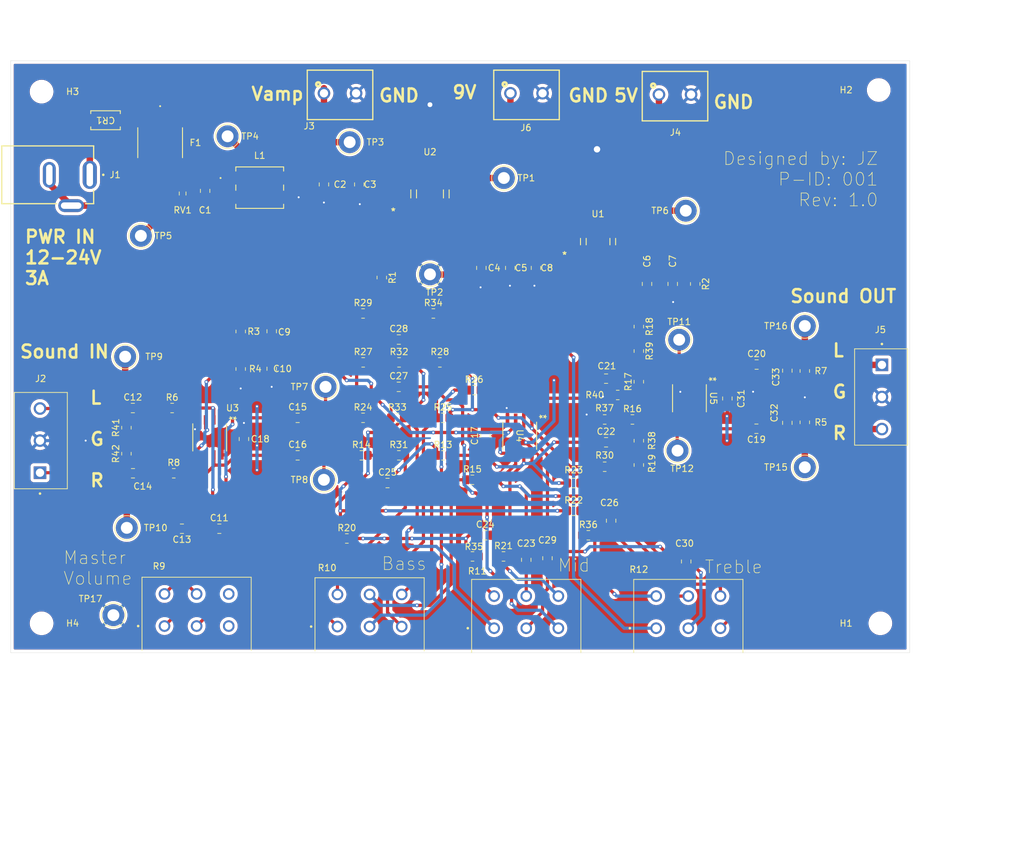
<source format=kicad_pcb>
(kicad_pcb (version 20240108) (generator "pcbnew") (generator_version "8.0")
  (title_block (title "PreAmpEQ") (date "2025-03-09") (rev "1.1") (comment 1 "Designed by: JZ") (comment 2 "P-ID: 001"))
  (layers (0 "F.Cu" signal) (31 "B.Cu" signal) (34 "B.Paste" user) (35 "F.Paste" user) (36 "B.SilkS" user "B.Silkscreen") (37 "F.SilkS" user "F.Silkscreen") (38 "B.Mask" user) (39 "F.Mask" user) (44 "Edge.Cuts" user))
  (net 0 "")
  (net 1 "Net-(C1-Pad1)")
  (net 2 "/PreAmp_PSU/DCin-")
  (net 3 "/PreAmp_PSU/Vamp")
  (net 4 "GND")
  (net 5 "9V")
  (net 6 "5V")
  (net 7 "VCC")
  (net 8 "Vbias")
  (net 9 "Net-(U3-1OUT)")
  (net 10 "Net-(U3-1INPUT-)")
  (net 11 "Net-(C12-Pad2)")
  (net 12 "/PreAmp_3BandEQ/Lin")
  (net 13 "Net-(U3-2INPUT-)")
  (net 14 "Net-(U3-2OUT)")
  (net 15 "Net-(C14-Pad2)")
  (net 16 "/PreAmp_3BandEQ/Rin")
  (net 17 "Lbuff")
  (net 18 "Rbuff")
  (net 19 "Net-(U5-2INPUT-)")
  (net 20 "Net-(C19-Pad1)")
  (net 21 "Net-(U5-1INPUT-)")
  (net 22 "Net-(C20-Pad2)")
  (net 23 "/PreAmp_3BandEQ/Lout")
  (net 24 "Net-(U4-1OUT)")
  (net 25 "Net-(U4-2OUT)")
  (net 26 "/PreAmp_3BandEQ/Rout")
  (net 27 "Net-(C23-Pad1)")
  (net 28 "FbRight")
  (net 29 "Net-(C24-Pad2)")
  (net 30 "Net-(C24-Pad1)")
  (net 31 "Net-(C25-Pad1)")
  (net 32 "Net-(C25-Pad2)")
  (net 33 "Net-(C26-Pad1)")
  (net 34 "Net-(C27-Pad2)")
  (net 35 "Net-(C27-Pad1)")
  (net 36 "Net-(C28-Pad1)")
  (net 37 "Net-(C28-Pad2)")
  (net 38 "FbLeft")
  (net 39 "Net-(C29-Pad1)")
  (net 40 "Net-(C30-Pad1)")
  (net 41 "Net-(CR1-Pad1)")
  (net 42 "/PreAmp_PSU/DCin+")
  (net 43 "Net-(R12-PadR1_1)")
  (net 44 "Net-(R12-PadR2_1)")
  (net 45 "Net-(R12-PadR2_3)")
  (net 46 "Net-(R12-PadR1_3)")
  (net 47 "Net-(R10-PadR2_2)")
  (net 48 "Net-(R22-Pad2)")
  (net 49 "Net-(R10-PadR1_2)")
  (net 50 "Net-(R29-Pad2)")
  (net 51 "Net-(R10-PadR2_1)")
  (net 52 "Net-(R11-PadR1_1)")
  (net 53 "Net-(R10-PadR1_1)")
  (net 54 "Net-(R11-PadR2_1)")
  (net 57 "Net-(R16-Pad1)")
  (net 58 "Net-(R17-Pad1)")
  (net 59 "Net-(R18-Pad2)")
  (net 60 "Net-(R19-Pad2)")
  (footprint "Resistor_SMD:R_0805_2012Metric_Pad1.20x1.40mm_HandSolder" (layer "F.Cu") (at 172.228 95.504 180)
    (property "Reference" "R37")
    (property "Value" "22k" (hide yes))
  )
  (footprint "Resistor_SMD:R_0805_2012Metric_Pad1.20x1.40mm_HandSolder" (layer "F.Cu") (at 176.546 95.504)
    (property "Reference" "R16")
    (property "Value" "22k" (hide yes))
  )
  (footprint "Resistor_SMD:R_0805_2012Metric_Pad1.20x1.40mm_HandSolder" (layer "F.Cu") (at 132.096 114.046)
    (property "Reference" "R20")
    (property "Value" "3.3k" (hide yes))
  )
  (footprint "MountingHole:MountingHole_3.2mm_M3" (layer "F.Cu") (at 84.582 127.254)
    (property "Reference" "H4")
    (property "Value" "MountingHole" (hide yes))
  )
  (footprint "TestPoint:TestPoint_Loop_D2.50mm_Drill1.85mm" (layer "F.Cu") (at 100.034 66.904)
    (property "Reference" "TP5")
    (property "Value" "DCin-" (hide yes))
  )
  (footprint "TERM BLK 2POS:691137710002" (layer "F.Cu") (at 160.06 44.704)
    (property "Reference" "J6")
    (property "Value" "691137710002" (hide yes))
    (property "VALUE" "691137710002" (hide yes))
  )
  (footprint "Resistor_SMD:R_0805_2012Metric_Pad1.20x1.40mm_HandSolder" (layer "F.Cu") (at 137.534 73.404 -90)
    (property "Reference" "R1")
    (property "Value" "0R")
  )
  (footprint "Capacitor_SMD:C_0805_2012Metric_Pad1.18x1.45mm_HandSolder" (layer "F.Cu") (at 191.325 92.2395 90)
    (property "Reference" "C31")
    (property "Value" "100n" (hide yes))
  )
  (footprint "TestPoint:TestPoint_Loop_D2.50mm_Drill1.85mm" (layer "F.Cu") (at 97.5895 85.726)
    (property "Reference" "TP9")
    (property "Value" "Lin" (hide yes))
  )
  (footprint "Resistor_SMD:R_0805_2012Metric_Pad1.20x1.40mm_HandSolder" (layer "F.Cu") (at 177.546 89.63 90)
    (property "Reference" "R17")
    (property "Value" "22k")
  )
  (footprint "Resistor_SMD:R_0805_2012Metric_Pad1.20x1.40mm_HandSolder" (layer "F.Cu") (at 174.26 91.694 180)
    (property "Reference" "R40")
    (property "Value" "22k" (hide yes))
  )
  (footprint "TestPoint:TestPoint_Loop_D2.50mm_Drill1.85mm" (layer "F.Cu") (at 183.822 83.086)
    (property "Reference" "TP11")
    (property "Value" "LoutDC" (hide yes))
  )
  (footprint "Capacitor_SMD:C_0805_2012Metric_Pad1.18x1.45mm_HandSolder" (layer "F.Cu") (at 182.816 74.4005 -90)
    (property "Reference" "C7")
    (property "Value" "1u" (hide yes))
  )
  (footprint "Capacitor_SMD:C_0805_2012Metric_Pad1.18x1.45mm_HandSolder" (layer "F.Cu") (at 200.66 87.9055 90)
    (property "Reference" "C33")
    (property "Value" "22u" (hide yes))
  )
  (footprint "Resistor_SMD:R_0805_2012Metric_Pad1.20x1.40mm_HandSolder" (layer "F.Cu") (at 140.192 101.092)
    (property "Reference" "R31")
    (property "Value" "25k" (hide yes))
  )
  (footprint "Capacitor_SMD:C_0805_2012Metric_Pad1.18x1.45mm_HandSolder" (layer "F.Cu") (at 120.396 81.7665 -90)
    (property "Reference" "C9")
    (property "Value" "100n" (hide yes))
  )
  (footprint "TestPoint:TestPoint_Loop_D2.50mm_Drill1.85mm" (layer "F.Cu") (at 95.758 125.984)
    (property "Reference" "TP17")
    (property "Value" "GND")
  )
  (footprint "LM833MX:M08A_TEX" (layer "F.Cu") (at 159.004 98.044 -90)
    (property "Reference" "U4")
    (property "Value" "LM833MX/NOPB" (hide yes))
  )
  (footprint "Resistor_SMD:R_0805_2012Metric_Pad1.20x1.40mm_HandSolder" (layer "F.Cu") (at 134.62 78.994)
    (property "Reference" "R29")
    (property "Value" "3.6k" (hide yes))
  )
  (footprint "TestPoint:TestPoint_Loop_D2.50mm_Drill1.85mm" (layer "F.Cu") (at 203.38 80.952)
    (property "Reference" "TP16")
    (property "Value" "Lout" (hide yes))
  )
  (footprint "TestPoint:TestPoint_Loop_D2.50mm_Drill1.85mm" (layer "F.Cu") (at 184.848 62.992)
    (property "Reference" "TP6")
    (property "Value" "5V" (hide yes))
  )
  (footprint "Resistor_SMD:R_0805_2012Metric_Pad1.20x1.40mm_HandSolder" (layer "F.Cu") (at 177.546 81.042 -90)
    (property "Reference" "R18")
    (property "Value" "2k" (hide yes))
  )
  (footprint "Resistor_SMD:R_0805_2012Metric_Pad1.20x1.40mm_HandSolder" (layer "F.Cu") (at 177.546 84.852 -90)
    (property "Reference" "R39")
    (property "Value" "22k" (hide yes))
  )
  (footprint "Resistor_SMD:R_0805_2012Metric_Pad1.20x1.40mm_HandSolder" (layer "F.Cu") (at 203.38 87.952 -90)
    (property "Reference" "R7")
    (property "Value" "11k3" (hide yes))
  )
  (footprint "Capacitor_SMD:C_0805_2012Metric_Pad1.18x1.45mm_HandSolder" (layer "F.Cu") (at 178.816 74.4005 -90)
    (property "Reference" "C6")
    (property "Value" "200n" (hide yes))
  )
  (footprint "Resistor_SMD:R_0603_1608Metric_Pad0.98x0.95mm_HandSolder" (layer "F.Cu") (at 106.534 60.3165 -90)
    (property "Reference" "RV1")
    (property "Value" "AVRH16A2C270KT200NA8" (hide yes))
  )
  (footprint "PTN16:POT_PTN16-A100230K1B2" (layer "F.Cu") (at 155.02 128.016)
    (property "Reference" "R11")
    (property "Value" "PTN16-A100230K1B2" (hide yes))
  )
  (footprint "Capacitor_SMD:C_0805_2012Metric_Pad1.18x1.45mm_HandSolder" (layer "F.Cu") (at 110.034 59.904 -90)
    (property "Reference" "C1")
    (property "Value" "1n" (hide yes))
  )
  (footprint "Capacitor_SMD:C_0805_2012Metric_Pad1.18x1.45mm_HandSolder" (layer "F.Cu") (at 98.7845 93.726)
    (property "Reference" "C12")
    (property "Value" "10u" (hide yes))
  )
  (footprint "Capacitor_SMD:C_0805_2012Metric_Pad1.18x1.45mm_HandSolder" (layer "F.Cu") (at 140.1865 83.058)
    (property "Reference" "C28")
    (property "Value" "4.7n" (hide yes))
  )
  (footprint "Capacitor_SMD:C_0805_2012Metric_Pad1.18x1.45mm_HandSolder" (layer "F.Cu") (at 161.534 71.904 -90)
    (property "Reference" "C8")
    (property "Value" "330n" (hide yes))
  )
  (footprint "Resistor_SMD:R_0805_2012Metric_Pad1.20x1.40mm_HandSolder" (layer "F.Cu") (at 151.638 104.902)
    (property "Reference" "R15")
    (property "Value" "10k" (hide yes))
  )
  (footprint "Resistor_SMD:R_0805_2012Metric_Pad1.20x1.40mm_HandSolder" (layer "F.Cu") (at 172.228 102.87 180)
    (property "Reference" "R30")
    (property "Value" "3.6k" (hide yes))
  )
  (footprint "DCJ200:GCT_DCJ200-10-A-XX-K_REVA" (layer "F.Cu") (at 85.534 57.404 -90)
    (property "Reference" "J1")
    (property "Value" "DCJ200-10-A-XX-K_REVA" (hide yes))
  )
  (footprint "Capacitor_SMD:C_0805_2012Metric_Pad1.18x1.45mm_HandSolder" (layer "F.Cu") (at 163.322 117.1155 90)
    (property "Reference" "C29")
    (property "Value" "22n" (hide yes))
  )
  (footprint "Capacitor_SMD:C_0805_2012Metric_Pad1.18x1.45mm_HandSolder" (layer "F.Cu") (at 134.034 58.904 -90)
    (property "Reference" "C3")
    (property "Value" "330n" (hide yes))
  )
  (footprint "MountingHole:MountingHole_3.2mm_M3" (layer "F.Cu") (at 214.884 44.196)
    (property "Reference" "H2")
    (property "Value" "MountingHole" (hide yes))
  )
  (footprint "Resistor_SMD:R_0805_2012Metric_Pad1.20x1.40mm_HandSolder" (layer "F.Cu") (at 186.316 74.4005 -90)
    (property "Reference" "R2")
    (property "Value" "DNI")
  )
  (footprint "TestPoint:TestPoint_Loop_D2.50mm_Drill1.85mm" (layer "F.Cu") (at 128.778 90.424)
    (property "Reference" "TP7")
    (property "Value" "Lbuff" (hide yes))
  )
  (footprint "Resistor_SMD:R_0805_2012Metric_Pad1.20x1.40mm_HandSolder" (layer "F.Cu") (at 167.402 105.41 180)
    (property "Reference" "R23")
    (property "Value" "3.6k" (hide yes))
  )
  (footprint "Capacitor_SMD:C_0805_2012Metric_Pad1.18x1.45mm_HandSolder" (layer "F.Cu") (at 140.1705 90.424)
    (property "Reference" "C27")
    (property "Value" "47n" (hide yes))
  )
  (footprint "Resistor_SMD:R_0805_2012Metric_Pad1.20x1.40mm_HandSolder" (layer "F.Cu") (at 151.908 90.932)
    (property "Reference" "R26")
    (property "Value" "10k" (hide yes))
  )
  (footprint "TERM BLK 3POS:PHOENIX_1935174" (layer "F.Cu") (at 211.13 84.5045 -90)
    (property "Reference" "J5")
    (property "Value" "1935174" (hide yes))
  )
  (footprint "Capacitor_SMD:C_0805_2012Metric_Pad1.18x1.45mm_HandSolder" (layer "F.Cu") (at 116.078 98.552 90)
    (property "Reference" "C18")
    (property "Value" "100n" (hide yes))
  )
  (footprint "MFGSM:FUSE_MF-GSMF_BRN" (layer "F.Cu") (at 103.034 52.404 -90)
    (property "Reference" "F1")
    (property "Value" "MF-GSMF300/36X-2" (hide yes))
  )
  (footprint "TestPoint:TestPoint_Loop_D2.50mm_Drill1.85mm" (layer "F.Cu") (at 145.034 72.904)
    (property "Reference" "TP2")
    (property "Value" "GND")
  )
  (footprint "LM833MX:M08A_TEX" (layer "F.Cu") (at 110.744 98.298 -90)
    (property "Reference" "U3")
    (property "Value" "LM833MX/NOPB" (hide yes))
  )
  (footprint "Resistor_SMD:R_0805_2012Metric_Pad1.20x1.40mm_HandSolder" (layer "F.Cu") (at 97.79 96.79 90)
    (property "Reference" "R41")
    (property "Value" "1k")
  )
  (footprint "MountingHole:MountingHole_3.2mm_M3" (layer "F.Cu") (at 84.582 44.45)
    (property "Reference" "H3")
    (property "Value" "MountingHole" (hide yes))
  )
  (footprint "TestPoint:TestPoint_Loop_D2.50mm_Drill1.85mm" (layer "F.Cu") (at 203.38 102.952)
    (property "Reference" "TP15")
    (property "Value" "Rout" (hide yes))
  )
  (footprint "TestPoint:TestPoint_Loop_D2.50mm_Drill1.85mm" (layer "F.Cu") (at 183.568 100.358)
    (property "Reference" "TP12")
    (property "Value" "RoutDC" (hide yes))
  )
  (footprint "Resistor_SMD:R_0805_2012Metric_Pad1.20x1.40mm_HandSolder" (layer "F.Cu") (at 105.156 103.886)
    (property "Reference" "R8")
    (property "Value" "50k")
  )
  (footprint "TestPoint:TestPoint_Loop_D2.50mm_Drill1.85mm" (layer "F.Cu") (at 156.534 57.904)
    (property "Reference" "TP1")
    (property "Value" "9V" (hide yes))
  )
  (footprint "Capacitor_SMD:C_0805_2012Metric_Pad1.18x1.45mm_HandSolder" (layer "F.Cu") (at 200.66 96.0335 90)
    (property "Reference" "C32")
    (property "Value" "22u" (hide yes))
  )
  (footprint "Resistor_SMD:R_0805_2012Metric_Pad1.20x1.40mm_HandSolder" (layer "F.Cu") (at 115.57 81.804 -90)
    (property "Reference" "R3")
    (property "Value" "10k" (hide yes))
  )
  (footprint "Resistor_SMD:R_0805_2012Metric_Pad1.20x1.40mm_HandSolder" (layer "F.Cu") (at 147.066 101.092)
    (property "Reference" "R13")
    (property "Value" "10k" (hide yes))
  )
  (footprint "Capacitor_SMD:C_0805_2012Metric_Pad1.18x1.45mm_HandSolder" (layer "F.Cu") (at 195.88 86.952)
    (property "Reference" "C20")
    (property "Value" "10u" (hide yes))
  )
  (footprint "MountingHole:MountingHole_3.2mm_M3" (layer "F.Cu") (at 215.138 127.254)
    (property "Reference" "H1")
    (property "Value" "MountingHole" (hide yes))
  )
  (footprint "Resistor_SMD:R_0805_2012Metric_Pad1.20x1.40mm_HandSolder" (layer "F.Cu") (at 140.224 86.614)
    (property "Reference" "R32")
    (property "Value" "50k" (hide yes))
  )
  (footprint "Capacitor_SMD:C_0805_2012Metric_Pad1.18x1.45mm_HandSolder" (layer "F.Cu") (at 172.4445 89.154)
    (property "Reference" "C21")
    (property "Value" "10u" (hide yes))
  )
  (footprint "Capacitor_SMD:C_0805_2012Metric_Pad1.18x1.45mm_HandSolder" (layer "F.Cu") (at 160.02 117.3695 90)
    (property "Reference" "C23")
    (property "Value" "22n" (hide yes))
  )
  (footprint "Capacitor_SMD:C_0805_2012Metric_Pad1.18x1.45mm_HandSolder" (layer "F.Cu") (at 124.4385 95.25)
    (property "Reference" "C15")
    (property "Value" "2.2u" (hide yes))
  )
  (footprint "Capacitor_SMD:C_0805_2012Metric_Pad1.18x1.45mm_HandSolder" (layer "F.Cu") (at 195.8425 96.952 180)
    (property "Reference" "C19")
    (property "Value" "10u" (hide yes))
  )
  (footprint "Resistor_SMD:R_0805_2012Metric_Pad1.20x1.40mm_HandSolder" (layer "F.Cu") (at 156.48 116.84)
    (property "Reference" "R21")
    (property "Value" "3.3k" (hide yes))
  )
  (footprint "Resistor_SMD:R_0805_2012Metric_Pad1.20x1.40mm_HandSolder" (layer "F.Cu") (at 134.636 86.614)
    (property "Reference" "R27")
    (property "Value" "3.3k" (hide yes))
  )
  (footprint "NCV7805:DPAK-3_ONS" (layer "F.Cu") (at 171.196 63.5)
    (property "Reference" "U1")
    (property "Value" "NCV7805BDTRKG")
  )
  (footprint "TERM BLK 2POS:691137710002" (layer "F.Cu") (at 183.174 44.904)
    (property "Reference" "J4")
    (property "Value" "691137710002" (hide yes))
    (property "VALUE" "691137710002" (hide yes))
  )
  (footprint "Resistor_SMD:R_0805_2012Metric_Pad1.20x1.40mm_HandSolder" (layer "F.Cu") (at 134.366 101.092)
    (property "Reference" "R14")
    (property "Value" "10k" (hide yes))
  )
  (footprint "Resistor_SMD:R_0805_2012Metric_Pad1.20x1.40mm_HandSolder" (layer "F.Cu") (at 151.654 116.84)
    (property "Reference" "R35")
    (property "Value" "50k" (hide yes))
  )
  (footprint "Capacitor_SMD:C_0805_2012Metric_Pad1.18x1.45mm_HandSolder" (layer "F.Cu") (at 112.2465 112.522)
    (property "Reference" "C11")
    (property "Value" "33p" (hide yes))
  )
  (footprint "Capacitor_SMD:C_0805_2012Metric_Pad1.18x1.45mm_HandSolder" (layer "F.Cu") (at 124.4385 101.092)
    (property "Reference" "C16")
    (property "Value" "2.2u" (hide yes))
  )
  (footprint "Resistor_SMD:R_0805_2012Metric_Pad1.20x1.40mm_HandSolder" (layer "F.Cu") (at 203.38 95.952 90)
    (property "Reference" "R5")
    (property "Value" "11k3" (hide yes))
  )
  (footprint "Capacitor_SMD:C_0805_2012Metric_Pad1.18x1.45mm_HandSolder" (layer "F.Cu") (at 157.534 71.904 -90)
    (property "Reference" "C5")
    (property "Value" "10u" (hide yes))
  )
  (footprint "PTN16:POT_PTN16-A100230K1B2" (layer "F.Cu") (at 103.712 127.682)
    (property "Reference" "R9")
    (property "Value" "PTN16-A100230K1B2" (hide yes))
  )
  (footprint "NCV7809:D2PAK3_ONS" (layer "F.Cu") (at 145.034 53.848)
    (property "Reference" "U2")
    (property "Value" "NCV7809BD2TR4G")
  )
  (footprint "Resistor_SMD:R_0805_2012Metric_Pad1.20x1.40mm_HandSolder" (layer "F.Cu") (at 177.546 98.822 90)
    (property "Reference" "R38")
    (property "Value" "22k" (hide yes))
  )
  (footprint "Resistor_SMD:R_0805_2012Metric_Pad1.20x1.40mm_HandSolder" (layer "F.Cu") (at 115.57 87.646 -90)
    (property "Reference" "R4")
    (property "Value" "10k" (hide yes))
  )
  (footprint "Resistor_SMD:R_0805_2012Metric_Pad1.20x1.40mm_HandSolder" (layer "F.Cu") (at 169.688 113.538)
    (property "Reference" "R36")
    (property "Value" "20k" (hide yes))
  )
  (footprint "TestPoint:TestPoint_Loop_D2.50mm_Drill1.85mm" (layer "F.Cu") (at 97.8435 112.386)
    (property "Reference" "TP10")
    (property "Value" "Rin" (hide yes))
  )
  (footprint "VSSAF510:CR_SLIMSMA_DO-221AC_VIS" (layer "F.Cu") (at 94.534 48.904 180)
    (property "Reference" "CR1")
    (property "Value" "VSSAF510-M3/H")
  )
  (footprint "Capacitor_SMD:C_0805_2012Metric_Pad1.18x1.45mm_HandSolder" (layer "F.Cu") (at 173.228 111.2735 90)
    (property "Reference" "C26")
    (property "Value" "10n" (hide yes))
  )
  (footprint "Resistor_SMD:R_0805_2012Metric_Pad1.20x1.40mm_HandSolder" (layer "F.Cu") (at 145.558 78.994)
    (property "Reference" "R34")
    (property "Value" "20k" (hide yes))
  )
  (footprint "Capacitor_SMD:C_0805_2012Metric_Pad1.18x1.45mm_HandSolder" (layer "F.Cu") (at 138.43 105.41)
    (property "Reference" "C25")
    (property "Value" "47n")
  )
  (footprint "Resistor_SMD:R_0805_2012Metric_Pad1.20x1.40mm_HandSolder" (layer "F.Cu") (at 177.546 102.6 90)
    (property "Reference" "R19")
    (property "Value" "22k" (hide yes))
  )
  (footprint "Capacitor_SMD:C_0805_2012Metric_Pad1.18x1.45mm_HandSolder" (layer "F.Cu") (at 172.4445 99.06)
    (property "Reference" "C22")
    (property "Value" "10u" (hide yes))
  )
  (footprint "Capacitor_SMD:C_0805_2012Metric_Pad1.18x1.45mm_HandSolder" (layer "F.Cu") (at 106.426 112.522 180)
    (property "Reference" "C13")
    (property "Value" "33p" (hide yes))
  )
  (footprint "TestPoint:TestPoint_Loop_D2.50mm_Drill1.85mm" (layer "F.Cu") (at 132.534 52.324)
    (property "Reference" "TP3")
    (property "Value" "Vamp" (hide yes))
  )
  (footprint "TERM BLK 3POS:PHOENIX_1935174" (layer "F.Cu") (at 88.586 106.302 90)
    (property "Reference" "J2")
    (property "Value" "1935174" (hide yes))
  )
  (footprint "PTN16:POT_PTN16-A100230K1B2" (layer "F.Cu") (at 180.246 128.016)
    (property "Reference" "R12")
    (property "Value" "PTN16-A100230K1B2" (hide yes))
  )
  (footprint "TERM BLK 2POS:691137710002" (layer "F.Cu") (at 131.034 44.704)
    (property "Reference" "J3")
    (property "Value" "691137710002" (hide yes))
    (property "VALUE" "691137710002" (hide yes))
  )
  (footprint "Capacitor_SMD:C_0805_2012Metric_Pad1.18x1.45mm_HandSolder" (layer "F.Cu") (at 153.67 98.044 90)
    (property "Reference" "C17")
    (property "Value" "100n" (hide yes))
  )
  (footprint "Resistor_SMD:R_0805_2012Metric_Pad1.20x1.40mm_HandSolder" (layer "F.Cu") (at 97.79 100.838 90)
    (property "Reference" "R42")
    (property "Value" "1k")
  )
  (footprint "Resistor_SMD:R_0805_2012Metric_Pad1.20x1.40mm_HandSolder" (layer "F.Cu") (at 104.902 93.726)
    (property "Reference" "R6")
    (property "Value" "50k" (hide yes))
  )
  (footprint "Resistor_SMD:R_0805_2012Metric_Pad1.20x1.40mm_HandSolder" (layer "F.Cu") (at 167.402 109.728)
    (property "Reference" "R22")
    (property "Value" "3.6k" (hide yes))
  )
  (footprint "Capacitor_SMD:C_0805_2012Metric_Pad1.18x1.45mm_HandSolder" (layer "F.Cu") (at 98.806 103.886)
    (property "Reference" "C14")
    (property "Value" "10u" (hide yes))
  )
  (footprint "Capacitor_SMD:C_0805_2012Metric_Pad1.18x1.45mm_HandSolder" (layer "F.Cu") (at 120.396 87.6085 -90)
    (property "Reference" "C10")
    (property "Value" "100n" (hide yes))
  )
  (footprint "PTN16:POT_PTN16-A100230K1B2" (layer "F.Cu") (at 130.636 127.762)
    (property "Reference" "R10")
    (property "Value" "PTN16-A100230K1B2" (hide yes))
  )
  (footprint "Capacitor_SMD:C_0805_2012Metric_Pad1.18x1.45mm_HandSolder" (layer "F.Cu") (at 128.534 58.904 -90)
    (property "Reference" "C2")
    (property "Value" "1n" (hide yes))
  )
  (footprint "Resistor_SMD:R_0805_2012Metric_Pad1.20x1.40mm_HandSolder" (layer "F.Cu") (at 146.574 86.614)
    (property "Reference" "R28")
    (property "Value" "3.3k" (hide yes))
  )
  (footprint "Capacitor_SMD:C_0805_2012Metric_Pad1.18x1.45mm_HandSolder" (layer "F.Cu") (at 153.034 71.904 -90)
    (property "Reference" "C4")
    (property "Value" "200n" (hide yes))
  )
  (footprint "Resistor_SMD:R_0805_2012Metric_Pad1.20x1.40mm_HandSolder" (layer "F.Cu") (at 134.62 95.25)
    (property "Reference" "R24")
    (property "Value" "10k" (hide yes))
  )
  (footprint "Resistor_SMD:R_0805_2012Metric_Pad1.20x1.40mm_HandSolder" (layer "F.Cu") (at 147.05 95.25)
    (property "Reference" "R25")
    (property "Value" "10k" (hide yes))
  )
  (footprint "Capacitor_SMD:C_0805_2012Metric_Pad1.18x1.45mm_HandSolder" (layer "F.Cu") (at 184.912 117.6235 90)
    (property "Reference" "C30")
    (property "Value" "10n" (hide yes))
  )
  (footprint "ACM7060:IND_ACM7060_TDK" (layer "F.Cu") (at 118.534 59.404)
    (property "Reference" "L1")
    (property "Value" "ACM7060-701-2PL-TL01" (hide yes))
  )
  (footprint "Capacitor_SMD:C_0805_2012Metric_Pad1.18x1.45mm_HandSolder" (layer "F.Cu") (at 153.6485 113.538)
    (property "Reference" "C24")
    (property "Value" "4.7n" (hide yes))
  )
  (footprint "LM833MX:M08A_TEX" (layer "F.Cu") (at 185.42 92.202 -90)
    (property "Reference" "U5")
    (property "Value" "LM833MX/NOPB" (hide yes))
  )
  (footprint "TestPoint:TestPoint_Loop_D2.50mm_Drill1.85mm" (layer "F.Cu") (at 128.524 104.902)
    (property "Reference" "TP8")
    (property "Value" "Rbuff" (hide yes))
  )
  (footprint "Resistor_SMD:R_0805_2012Metric_Pad1.20x1.40mm_HandSolder" (layer "F.Cu") (at 139.954 95.25)
    (property "Reference" "R33")
    (property "Value" "25k" (hide yes))
  )
  (footprint "TestPoint:TestPoint_Loop_D2.50mm_Drill1.85mm" (layer "F.Cu") (at 113.534 51.404)
    (property "Reference" "TP4")
    (property "Value" "DCin+" (hide yes))
  )
  (gr_rect (start 79.756 39.624) (end 219.71 131.826) (stroke (width 0.05)) (fill none) (layer "Edge.Cuts"))
  (gr_text "Mid" (at 164.846 119.38 0) (layer "F.SilkS") (effects (font (size 2 2) (thickness 0.1)) (justify left bottom)))
  (gr_text "L\n\nG\n\nR" (at 207.518 98.806 0) (layer "F.SilkS") (effects (font (size 2 2) (thickness 0.4) (bold yes)) (justify left bottom)))
  (gr_text "Designed by: JZ\nP-ID: 001\nRev: 1.0" (at 214.884 62.484 0) (layer "F.SilkS") (effects (font (size 2 2) (thickness 0.1)) (justify right bottom)))
  (gr_text "Sound IN" (at 81.026 86.106 0) (layer "F.SilkS") (effects (font (size 2 2) (thickness 0.4) (bold yes)) (justify left bottom)))
  (gr_text "Master\nVolume" (at 87.884 121.412 0) (layer "F.SilkS") (effects (font (size 2 2) (thickness 0.1)) (justify left bottom)))
  (gr_text "Sound OUT" (at 200.914 77.47 0) (layer "F.SilkS") (effects (font (size 2 2) (thickness 0.4) (bold yes)) (justify left bottom)))
  (gr_text "GND" (at 166.37 46.228 0) (layer "F.SilkS") (effects (font (size 2 2) (thickness 0.4) (bold yes)) (justify left bottom)))
  (gr_text "Treble" (at 187.706 119.634 0) (layer "F.SilkS") (effects (font (size 2 2) (thickness 0.1)) (justify left bottom)))
  (gr_text "Vamp" (at 117.034 45.974 0) (layer "F.SilkS") (effects (font (size 2 2) (thickness 0.4) (bold yes)) (justify left bottom)))
  (gr_text "L\n\nG\n\nR" (at 91.948 106.172 0) (layer "F.SilkS") (effects (font (size 2 2) (thickness 0.4) (bold yes)) (justify left bottom)))
  (gr_text "GND" (at 188.976 47.244 0) (layer "F.SilkS") (effects (font (size 2 2) (thickness 0.4) (bold yes)) (justify left bottom)))
  (gr_text "5V" (at 173.482 46.228 0) (layer "F.SilkS") (effects (font (size 2 2) (thickness 0.4) (bold yes)) (justify left bottom)))
  (gr_text "GND" (at 136.906 46.228 0) (layer "F.SilkS") (effects (font (size 2 2) (thickness 0.4) (bold yes)) (justify left bottom)))
  (gr_text "PWR IN\n12-24V\n3A" (at 81.788 74.676 0) (layer "F.SilkS") (effects (font (size 2 2) (thickness 0.4) (bold yes)) (justify left bottom)))
  (gr_text "Bass" (at 137.414 119.126 0) (layer "F.SilkS") (effects (font (size 2 2) (thickness 0.1)) (justify left bottom)))
  (gr_text "9V" (at 148.336 45.72 0) (layer "F.SilkS") (effects (font (size 2 2) (thickness 0.4) (bold yes)) (justify left bottom)))
  (segment (start 110.034 58.8665) (end 111.5715 58.8665) (width 1) (layer "F.Cu") (net 1))
  (segment (start 115.2828 53.1528) (end 113.534 51.404) (width 1) (layer "F.Cu") (net 1))
  (segment (start 111.5715 58.8665) (end 112.534 57.904) (width 1) (layer "F.Cu") (net 1))
  (segment (start 105.534 59.404) (end 106.534 59.404) (width 1) (layer "F.Cu") (net 1))
  (segment (start 112.534 57.904) (end 115.2828 57.904) (width 1) (layer "F.Cu") (net 1))
  (segment (start 103.034 56.904) (end 105.534 59.404) (width 1) (layer "F.Cu") (net 1))
  (segment (start 115.2828 57.904) (end 115.2828 53.1528) (width 1) (layer "F.Cu") (net 1))
  (segment (start 103.034 56.1505) (end 103.034 56.904) (width 1) (layer "F.Cu") (net 1))
  (segment (start 106.534 59.404) (end 107.0715 58.8665) (width 1) (layer "F.Cu") (net 1))
  (segment (start 107.0715 58.8665) (end 110.034 58.8665) (width 1) (layer "F.Cu") (net 1))
  (segment (start 108.859 61.229) (end 106.534 61.229) (width 1) (layer "F.Cu") (net 2))
  (segment (start 102.059 62.204) (end 102.059 64.879) (width 1) (layer "F.Cu") (net 2))
  (segment (start 109.1465 60.9415) (end 110.034 60.9415) (width 1) (layer "F.Cu") (net 2))
  (segment (start 102.059 64.879) (end 100.034 66.904) (width 1) (layer "F.Cu") (net 2))
  (segment (start 85.784 57.404) (end 85.784 58.804) (width 1) (layer "F.Cu") (net 2))
  (segment (start 85.784 58.804) (end 89.184 62.204) (width 1) (layer "F.Cu") (net 2))
  (segment (start 110.0715 60.904) (end 110.034 60.9415) (width 1) (layer "F.Cu") (net 2))
  (segment (start 108.859 61.229) (end 109.1465 60.9415) (width 1) (layer "F.Cu") (net 2))
  (segment (start 115.2828 60.904) (end 110.0715 60.904) (width 1) (layer "F.Cu") (net 2))
  (segment (start 102.059 62.204) (end 89.184 62.204) (width 1) (layer "F.Cu") (net 2))
  (segment (start 103.034 61.229) (end 102.059 62.204) (width 1) (layer "F.Cu") (net 2))
  (segment (start 106.534 61.229) (end 103.034 61.229) (width 1) (layer "F.Cu") (net 2))
  (segment (start 128.534 52.324) (end 132.534 52.324) (width 1) (layer "F.Cu") (net 3))
  (segment (start 128.534 51.404) (end 128.534 52.324) (width 1) (layer "F.Cu") (net 3))
  (segment (start 128.534 43.904) (end 128.534 51.404) (width 1) (layer "F.Cu") (net 3))
  (segment (start 141.351 63.119) (end 142.494 63.119) (width 1) (layer "F.Cu") (net 3))
  (segment (start 121.7852 57.904) (end 128.0715 57.904) (width 1) (layer "F.Cu") (net 3))
  (segment (start 136.0985 57.8665) (end 141.351 63.119) (width 1) (layer "F.Cu") (net 3))
  (segment (start 134.034 57.8665) (end 136.0985 57.8665) (width 1) (layer "F.Cu") (net 3))
  (segment (start 128.534 53.904) (end 128.534 57.8665) (width 1) (layer "F.Cu") (net 3))
  (segment (start 134.034 57.8665) (end 128.534 57.8665) (width 1) (layer "F.Cu") (net 3))
  (segment (start 128.534 52.324) (end 128.534 53.904) (width 1) (layer "F.Cu") (net 3))
  (segment (start 157.534 72.9415) (end 157.534 74.622) (width 1) (layer "F.Cu") (net 4))
  (segment (start 91.444 98.806) (end 91.44 98.802) (width 0.5) (layer "F.Cu") (net 4))
  (segment (start 200.704 94.952) (end 200.66 94.996) (width 1) (layer "F.Cu") (net 4))
  (segment (start 97.79 98.806) (end 97.79 99.838) (width 0.5) (layer "F.Cu") (net 4))
  (segment (start 195.342 91.202) (end 195.326 91.186) (width 0.5) (layer "F.Cu") (net 4))
  (segment (start 172.212 91.694) (end 171.958 91.948) (width 0.5) (layer "F.Cu") (net 4))
  (segment (start 157.099 95.31985) (end 157.099 93.853) (width 0.5) (layer "F.Cu") (net 4))
  (segment (start 128.534 61.712) (end 128.524 61.722) (width 0.5) (layer "F.Cu") (net 4))
  (segment (start 108.839 95.57385) (end 108.839 96.647) (width 0.5) (layer "F.Cu") (net 4))
  (segment (start 182.816 77.152) (end 182.88 77.216) (width 1) (layer "F.Cu") (net 4))
  (segment (start 97.79 97.79) (end 97.79 98.806) (width 0.5) (layer "F.Cu") (net 4))
  (segment (start 153.034 74.804) (end 152.908 74.93) (width 1) (layer "F.Cu") (net 4))
  (segment (start 191.325 91.202) (end 195.342 91.202) (width 0.5) (layer "F.Cu") (net 4))
  (segment (start 161.534 72.9415) (end 157.534 72.9415) (width 1) (layer "F.Cu") (net 4))
  (segment (start 156.2315 97.0065) (end 157.099 96.139) (width 0.5) (layer "F.Cu") (net 4))
  (segment (start 145.034 53.848) (end 145.034 46.482) (width 2) (layer "F.Cu") (net 4))
  (segment (start 203.38 91.952) (end 203.38 88.952) (width 1) (layer "F.Cu") (net 4))
  (segment (start 153.034 72.9415) (end 145.0715 72.9415) (width 1) (layer "F.Cu") (net 4))
  (segment (start 157.099 93.853) (end 156.972 93.726) (width 0.5) (layer "F.Cu") (net 4))
  (segment (start 171.034 61.1735) (end 171.034 53.432) (width 2) (layer "F.Cu") (net 4))
  (segment (start 171.034 53.432) (end 170.942 53.34) (width 0.5) (layer "F.Cu") (net 4))
  (segment (start 161.534 74.432) (end 161.29 74.676) (width 1) (layer "F.Cu") (net 4))
  (segment (start 153.67 97.0065) (end 156.2315 97.0065) (width 0.5) (layer "F.Cu") (net 4))
  (segment (start 115.57 88.646) (end 115.57 90.678) (width 0.5) (layer "F.Cu") (net 4))
  (segment (start 203.4325 92.0045) (end 203.38 91.952) (width 1) (layer "F.Cu") (net 4))
  (segment (start 157.099 96.139) (end 157.099 95.31985) (width 0.5) (layer "F.Cu") (net 4))
  (segment (start 108.839 96.647) (end 108.458 97.028) (width 0.5) (layer "F.Cu") (net 4))
  (segment (start 203.235 92.202) (end 203.38 92.057) (width 0.5) (layer "F.Cu") (net 4))
  (segment (start 157.534 72.9415) (end 153.034 72.9415) (width 1) (layer "F.Cu") (net 4))
  (segment (start 178.816 75.438) (end 182.816 75.438) (width 1) (layer "F.Cu") (net 4))
  (segment (start 116.078 97.5145) (end 116.078 96.05) (width 0.5) (layer "F.Cu") (net 4))
  (segment (start 191.325 91.202) (end 183.9995 91.202) (width 0.5) (layer "F.Cu") (net 4))
  (segment (start 203.38 94.952) (end 200.704 94.952) (width 1) (layer "F.Cu") (net 4))
  (segment (start 203.38 88.952) (end 200.669 88.952) (width 1) (layer "F.Cu") (net 4))
  (segment (start 182.816 75.438) (end 182.816 77.152) (width 1) (layer "F.Cu") (net 4))
  (segment (start 157.534 74.622) (end 157.48 74.676) (width 1) (layer "F.Cu") (net 4))
  (segment (start 97.79 98.806) (end 91.444 98.806) (width 0.5) (layer "F.Cu") (net 4))
  (segment (start 120.396 88.646) (end 120.396 90.424) (width 0.5) (layer "F.Cu") (net 4))
  (segment (start 153.034 72.9415) (end 153.034 74.804) (width 1) (layer "F.Cu") (net 4))
  (segment (start 173.26 91.694) (end 172.212 91.694) (width 0.5) (layer "F.Cu") (net 4))
  (segment (start 203.38 94.952) (end 203.38 92.057) (width 1) (layer "F.Cu") (net 4))
  (segment (start 170.18 95.504) (end 169.418 94.742) (width 0.5) (layer "F.Cu") (net 4))
  (segment (start 134.034 61.898) (end 134.112 61.976) (width 0.5) (layer "F.Cu") (net 4))
  (segment (start 183.515 90.7175) (end 183.515 89.47785) (width 0.5) (layer "F.Cu") (net 4))
  (segment (start 161.534 72.9415) (end 161.534 74.432) (width 1) (layer "F.Cu") (net 4))
  (segment (start 145.0715 72.9415) (end 145.034 72.904) (width 1) (layer "F.Cu") (net 4))
  (segment (start 171.228 95.504) (end 170.18 95.504) (width 0.5) (layer "F.Cu") (net 4))
  (segment (start 134.034 59.9415) (end 134.034 61.898) (width 0.5) (layer "F.Cu") (net 4))
  (segment (start 128.534 59.9415) (end 128.534 61.712) (width 0.5) (layer "F.Cu") (net 4))
  (segment (start 183.9995 91.202) (end 183.515 90.7175) (width 0.5) (layer "F.Cu") (net 4))
  (segment (start 121.7852 60.904) (end 124.594 60.904) (width 0.5) (layer "F.Cu") (net 4))
  (segment (start 200.669 88.952) (end 200.66 88.943) (width 1) (layer "F.Cu") (net 4))
  (segment (start 203.38 92.057) (end 203.4325 92.0045) (width 1) (layer "F.Cu") (net 4))
  (segment (start 203.271 91.948) (end 203.38 92.057) (width 0.5) (layer "F.Cu") (net 4))
  (via (at 195.326 91.186) (size 0.6) (drill 0.3) (layers "F.Cu" "B.Cu") (net 4))
  (via (at 128.524 61.722) (size 0.6) (drill 0.3) (layers "F.Cu" "B.Cu") (net 4))
  (via (at 156.972 93.726) (size 0.6) (drill 0.3) (layers "F.Cu" "B.Cu") (net 4))
  (via (at 145.034 46.482) (size 1.5) (drill 0.75) (layers "F.Cu" "B.Cu") (net 4))
  (via (at 183.9995 91.202) (size 0.6) (drill 0.3) (layers "F.Cu" "B.Cu") (net 4))
  (via (at 203.38 92.057) (size 0.6) (drill 0.3) (layers "F.Cu" "B.Cu") (net 4))
  (via (at 120.396 90.424) (size 0.6) (drill 0.3) (layers "F.Cu" "B.Cu") (net 4))
  (via (at 161.29 74.676) (size 0.6) (drill 0.3) (layers "F.Cu" "B.Cu") (net 4))
  (via (at 116.078 96.05) (size 0.6) (drill 0.3) (layers "F.Cu" "B.Cu") (net 4))
  (via (at 91.44 98.802) (size 0.6) (drill 0.3) (layers "F.Cu" "B.Cu") (net 4))
  (via (at 171.034 53.432) (size 2) (drill 1) (layers "F.Cu" "B.Cu") (net 4))
  (via (at 134.112 61.976) (size 0.6) (drill 0.3) (layers "F.Cu" "B.Cu") (net 4))
  (via (at 182.88 77.216) (size 0.6) (drill 0.3) (layers "F.Cu" "B.Cu") (net 4))
  (via (at 108.458 97.028) (size 0.6) (drill 0.3) (layers "F.Cu" "B.Cu") (net 4))
  (via (at 169.418 94.742) (size 0.6) (drill 0.3) (layers "F.Cu" "B.Cu") (net 4))
  (via (at 171.958 91.948) (size 0.6) (drill 0.3) (layers "F.Cu" "B.Cu") (net 4))
  (via (at 152.908 74.93) (size 0.6) (drill 0.3) (layers "F.Cu" "B.Cu") (net 4))
  (via (at 115.57 90.678) (size 0.6) (drill 0.3) (layers "F.Cu" "B.Cu") (net 4))
  (via (at 124.594 60.904) (size 0.6) (drill 0.3) (layers "F.Cu" "B.Cu") (net 4))
  (via (at 157.48 74.676) (size 0.6) (drill 0.3) (layers "F.Cu" "B.Cu") (net 4))
  (segment (start 91.44 98.802) (end 84.336 98.802) (width 0.5) (layer "B.Cu") (net 4))
  (segment (start 147.574 66.444002) (end 147.574 63.119) (width 1) (layer "F.Cu") (net 5))
  (segment (start 153.034 59.564) (end 153.034 58.107501) (width 1) (layer "F.Cu") (net 5))
  (segment (start 147.324001 66.694001) (end 151.4965 70.8665) (width 1) (layer "F.Cu") (net 5))
  (segment (start 147.324001 66.694001) (end 147.574 66.444002) (width 1) (layer "F.Cu") (net 5))
  (segment (start 147.574 63.119) (end 149.479 63.119) (width 1) (layer "F.Cu") (net 5))
  (segment (start 137.534 70.404) (end 141.034 66.904) (width 1) (layer "F.Cu") (net 5))
  (segment (start 137.534 72.404) (end 137.534 70.404) (width 1) (layer "F.Cu") (net 5))
  (segment (start 141.034 66.904) (end 147.034 66.904) (width 1) (layer "F.Cu") (net 5))
  (segment (start 157.56 49.958) (end 157.56 44.704) (width 1) (layer "F.Cu") (net 5))
  (segment (start 153.034 58.107501) (end 153.034 54.484) (width 1) (layer "F.Cu") (net 5))
  (segment (start 153.034 54.484) (end 157.56 49.958) (width 1) (layer "F.Cu") (net 5))
  (segment (start 156.534 57.904) (end 153.237501 57.904) (width 1) (layer "F.Cu") (net 5))
  (segment (start 151.4965 70.8665) (end 168.534 70.8665) (width 1) (layer "F.Cu") (net 5))
  (segment (start 149.479 63.119) (end 153.034 59.564) (width 1) (layer "F.Cu") (net 5))
  (segment (start 153.237501 57.904) (end 153.034 58.107501) (width 1) (layer "F.Cu") (net 5))
  (segment (start 180.674 52.244) (end 180.674 44.904) (width 1) (layer "F.Cu") (net 6))
  (segment (start 182.816 73.363) (end 178.816 73.363) (width 1) (layer "F.Cu") (net 6))
  (segment (start 176.4935 70.4445) (end 173.574 70.4445) (width 1) (layer "F.Cu") (net 6))
  (segment (start 178.534 62.738) (end 178.534 54.384) (width 1) (layer "F.Cu") (net 6))
  (segment (start 178.788 62.992) (end 184.848 62.992) (width 1) (layer "F.Cu") (net 6))
  (segment (start 182.816 73.363) (end 186.2785 73.363) (width 1) (layer "F.Cu") (net 6))
  (segment (start 174.391 73.363) (end 173.5715 72.5435) (width 1) (layer "F.Cu") (net 6))
  (segment (start 178.534 62.738) (end 178.788 62.992) (width 1) (layer "F.Cu") (net 6))
  (segment (start 173.5715 72.5435) (end 173.5715 70.215) (width 1) (layer "F.Cu") (net 6))
  (segment (start 173.5715 70.215) (end 173.6115 70.175) (width 1) (layer "F.Cu") (net 6))
  (segment (start 178.534 54.384) (end 180.674 52.244) (width 1) (layer "F.Cu") (net 6))
  (segment (start 186.2785 73.363) (end 186.316 73.4005) (width 1) (layer "F.Cu") (net 6))
  (segment (start 178.534 62.738) (end 178.534 68.404) (width 1) (layer "F.Cu") (net 6))
  (segment (start 178.816 73.363) (end 174.391 73.363) (width 1) (layer "F.Cu") (net 6))
  (segment (start 178.534 68.404) (end 176.4935 70.4445) (width 1) (layer "F.Cu") (net 6))
  (segment (start 191.325 93.277) (end 188.97415 93.277) (width 0.5) (layer "F.Cu") (net 7))
  (segment (start 118.0885 99.5895) (end 118.11 99.568) (width 0.5) (layer "F.Cu") (net 7))
  (segment (start 113.2625 99.5895) (end 112.649 100.203) (width 0.5) (layer "F.Cu") (net 7))
  (segment (start 116.078 99.5895) (end 113.2625 99.5895) (width 0.5) (layer "F.Cu") (net 7))
  (segment (start 116.078 99.5895) (end 118.0885 99.5895) (width 0.5) (layer "F.Cu") (net 7))
  (segment (start 112.649 100.203) (end 112.649 101.02215) (width 0.5) (layer "F.Cu") (net 7))
  (segment (start 159.962 99.0815) (end 160.909 100.0285) (width 0.5) (layer "F.Cu") (net 7))
  (segment (start 191.325 93.277) (end 191.325 94.933) (width 0.5) (layer "F.Cu") (net 7))
  (segment (start 153.67 99.0815) (end 159.962 99.0815) (width 0.5) (layer "F.Cu") (net 7))
  (segment (start 188.97415 93.277) (end 187.325 94.92615) (width 0.5) (layer "F.Cu") (net 7))
  (segment (start 191.325 94.933) (end 191.262 94.996) (width 0.5) (layer "F.Cu") (net 7))
  (segment (start 160.909 100.0285) (end 160.909 100.76815) (width 0.5) (layer "F.Cu") (net 7))
  (via (at 159.962 99.0815) (size 0.6) (drill 0.3) (layers "F.Cu" "B.Cu") (net 7))
  (via (at 191.262 94.996) (size 0.6) (drill 0.3) (layers "F.Cu" "B.Cu") (net 7))
  (via (at 118.11 99.568) (size 0.6) (drill 0.3) (layers "F.Cu" "B.Cu") (net 7))
  (via (at 164.338 89.408) (size 0.6) (drill 0.3) (layers "F.Cu" "B.Cu") (net 7))
  (via (at 118.11 93.472) (size 0.6) (drill 0.3) (layers "F.Cu" "B.Cu") (net 7))
  (via (at 118.11 103.378) (size 0.6) (drill 0.3) (layers "F.Cu" "B.Cu") (net 7))
  (via (at 191.262 98.806) (size 0.6) (drill 0.3) (layers "F.Cu" "B.Cu") (net 7))
  (segment (start 118.11 99.568) (end 118.11 93.472) (width 0.5) (layer "B.Cu") (net 7))
  (segment (start 164.338 95.758) (end 164.338 89.408) (width 0.5) (layer "B.Cu") (net 7))
  (segment (start 191.262 94.996) (end 191.262 98.806) (width 0.5) (layer "B.Cu") (net 7))
  (segment (start 159.962 99.0815) (end 161.0145 99.0815) (width 0.5) (layer "B.Cu") (net 7))
  (segment (start 161.0145 99.0815) (end 164.338 95.758) (width 0.5) (layer "B.Cu") (net 7))
  (segment (start 118.11 99.568) (end 118.11 103.378) (width 0.5) (layer "B.Cu") (net 7))
  (segment (start 157.099 100.76815) (end 156.14015 100.76815) (width 0.5) (layer "F.Cu") (net 8))
  (segment (start 135.89 89.916) (end 135.89 91.44) (width 0.5) (layer "F.Cu") (net 8))
  (segment (start 156.14015 100.76815) (end 155.956 100.584) (width 0.5) (layer "F.Cu") (net 8))
  (segment (start 110.363 97.155) (end 110.109 96.901) (width 0.5) (layer "F.Cu") (net 8))
  (segment (start 115.57 86.646) (end 113.252 86.646) (width 0.5) (layer "F.Cu") (net 8))
  (segment (start 109.474 99.568) (end 108.839 100.203) (width 0.5) (layer "F.Cu") (net 8))
  (segment (start 157.226 97.536) (end 158.369 96.393) (width 0.5) (layer "F.Cu") (net 8))
  (segment (start 135.89 91.44) (end 137.668 93.218) (width 0.5) (layer "F.Cu") (net 8))
  (segment (start 120.396 82.804) (end 120.396 86.571) (width 0.5) (layer "F.Cu") (net 8))
  (segment (start 129.243 86.571) (end 132.08 89.408) (width 0.5) (layer "F.Cu") (net 8))
  (segment (start 145.542 97.536) (end 149.098 97.536) (width 0.5) (layer "F.Cu") (net 8))
  (segment (start 115.645 86.571) (end 115.57 86.646) (width 0.5) (layer "F.Cu") (net 8))
  (segment (start 120.396 86.571) (end 129.243 86.571) (width 0.5) (layer "F.Cu") (net 8))
  (segment (start 158.369 96.393) (end 158.369 95.31985) (width 0.5) (layer "F.Cu") (net 8))
  (segment (start 110.109 96.901) (end 110.109 95.57385) (width 0.5) (layer "F.Cu") (net 8))
  (segment (start 113.252 86.646) (end 110.236 89.662) (width 0.5) (layer "F.Cu") (net 8))
  (segment (start 115.57 82.804) (end 115.57 86.646) (width 0.5) (layer "F.Cu") (net 8))
  (segment (start 120.396 86.571) (end 115.645 86.571) (width 0.5) (layer "F.Cu") (net 8))
  (segment (start 108.839 100.203) (end 108.839 101.02215) (width 0.5) (layer "F.Cu") (net 8))
  (via (at 155.956 100.584) (size 0.6) (drill 0.3) (layers "F.Cu" "B.Cu") (net 8))
  (via (at 145.542 97.536) (size 0.6) (drill 0.3) (layers "F.Cu" "B.Cu") (net 8))
  (via (at 110.236 89.662) (size 0.6) (drill 0.3) (layers "F.Cu" "B.Cu") (net 8))
  (via (at 110.363 97.155) (size 0.6) (drill 0.3) (layers "F.Cu" "B.Cu") (net 8))
  (via (at 132.08 89.408) (size 0.6) (drill 0.3) (layers "F.Cu" "B.Cu") (net 8))
  (via (at 135.89 89.916) (size 0.6) (drill 0.3) (layers "F.Cu" "B.Cu") (net 8))
  (via (at 137.668 93.218) (size 0.6) (drill 0.3) (layers "F.Cu" "B.Cu") (net 8))
  (via (at 149.098 97.536) (size 0.6) (drill 0.3) (layers "F.Cu" "B.Cu") (net 8))
  (via (at 157.226 97.536) (size 0.6) (drill 0.3) (layers "F.Cu" "B.Cu") (net 8))
  (via (at 109.474 99.568) (size 0.6) (drill 0.3) (layers "F.Cu" "B.Cu") (net 8))
  (segment (start 110.236 97.028) (end 110.363 97.155) (width 0.5) (layer "B.Cu") (net 8))
  (segment (start 149.098 97.536) (end 157.226 97.536) (width 0.5) (layer "B.Cu") (net 8))
  (segment (start 141.986 97.536) (end 145.542 97.536) (width 0.5) (layer "B.Cu") (net 8))
  (segment (start 135.382 89.408) (end 135.89 89.916) (width 0.5) (layer "B.Cu") (net 8))
  (segment (start 110.363 97.155) (end 109.982 97.536) (width 0.5) (layer "B.Cu") (net 8))
  (segment (start 109.982 99.06) (end 109.474 99.568) (width 0.5) (layer "B.Cu") (net 8))
  (segment (start 109.982 97.536) (end 109.982 99.06) (width 0.5) (layer "B.Cu") (net 8))
  (segment (start 155.956 98.806) (end 157.226 97.536) (width 0.5) (layer "B.Cu") (net 8))
  (segment (start 110.236 89.662) (end 110.236 97.028) (width 0.5) (layer "B.Cu") (net 8))
  (segment (start 132.08 89.408) (end 135.382 89.408) (width 0.5) (layer "B.Cu") (net 8))
  (segment (start 155.956 100.584) (end 155.956 98.806) (width 0.5) (layer "B.Cu") (net 8))
  (segment (start 137.668 93.218) (end 141.986 97.536) (width 0.5) (layer "B.Cu") (net 8))
  (segment (start 116.586 124.206) (end 116.586 120.142) (width 0.5) (layer "F.Cu") (net 9))
  (segment (start 110.918 125.476) (end 115.316 125.476) (width 0.5) (layer "F.Cu") (net 9))
  (segment (start 115.316 125.476) (end 116.586 124.206) (width 0.5) (layer "F.Cu") (net 9))
  (segment (start 113.284 112.522) (end 113.284 104.394) (width 0.5) (layer "F.Cu") (net 9))
  (segment (start 114.3 95.25) (end 112.97285 95.25) (width 0.5) (layer "F.Cu") (net 9))
  (segment (start 113.284 116.84) (end 113.284 112.522) (width 0.5) (layer "F.Cu") (net 9))
  (segment (start 112.97285 95.25) (end 112.649 95.57385) (width 0.5) (layer "F.Cu") (net 9))
  (segment (start 114.3 96.266) (end 114.3 95.25) (width 0.5) (layer "F.Cu") (net 9))
  (segment (start 108.712 127.682) (end 110.918 125.476) (width 0.5) (layer "F.Cu") (net 9))
  (segment (start 116.586 120.142) (end 113.284 116.84) (width 0.5) (layer "F.Cu") (net 9))
  (segment (start 122.893 95.25) (end 114.3 95.25) (width 0.5) (layer "F.Cu") (net 9))
  (via (at 114.3 96.266) (size 0.6) (drill 0.3) (layers "F.Cu" "B.Cu") (net 9))
  (via (at 113.284 104.394) (size 0.6) (drill 0.3) (layers "F.Cu" "B.Cu") (net 9))
  (segment (start 113.284 97.282) (end 114.3 96.266) (width 0.5) (layer "B.Cu") (net 9))
  (segment (start 113.284 104.394) (end 113.284 97.282) (width 0.5) (layer "B.Cu") (net 9))
  (segment (start 106.68 124.714) (end 109.474 124.714) (width 0.5) (layer "F.Cu") (net 10))
  (segment (start 105.902 93.726) (end 111.252 93.726) (width 0.5) (layer "F.Cu") (net 10))
  (segment (start 111.252 93.726) (end 111.379 93.853) (width 0.5) (layer "F.Cu") (net 10))
  (segment (start 111.209 122.979) (end 111.209 112.522) (width 0.5) (layer "F.Cu") (net 10))
  (segment (start 111.379 93.853) (end 111.379 95.57385) (width 0.5) (layer "F.Cu") (net 10))
  (segment (start 111.209 106.469) (end 111.252 106.426) (width 0.5) (layer "F.Cu") (net 10))
  (segment (start 109.474 124.714) (end 111.209 122.979) (width 0.5) (layer "F.Cu") (net 10))
  (segment (start 103.712 127.682) (end 106.68 124.714) (width 0.5) (layer "F.Cu") (net 10))
  (segment (start 111.209 112.522) (end 111.209 106.469) (width 0.5) (layer "F.Cu") (net 10))
  (via (at 111.252 93.726) (size 0.6) (drill 0.3) (layers "F.Cu" "B.Cu") (net 10))
  (via (at 111.252 106.426) (size 0.6) (drill 0.3) (layers "F.Cu" "B.Cu") (net 10))
  (segment (start 111.252 106.426) (end 111.252 93.726) (width 0.5) (layer "B.Cu") (net 10))
  (segment (start 99.5895 93.726) (end 103.902 93.726) (width 0.5) (layer "F.Cu") (net 11))
  (segment (start 97.79 95.79) (end 97.79 93.769) (width 0.5) (layer "F.Cu") (net 12))
  (segment (start 84.336 93.802) (end 97.4385 93.802) (width 0.5) (layer "F.Cu") (net 12))
  (segment (start 97.79 93.769) (end 97.747 93.726) (width 0.5) (layer "F.Cu") (net 12))
  (segment (start 97.4385 93.802) (end 97.5145 93.726) (width 0.5) (layer "F.Cu") (net 12))
  (segment (start 97.5895 85.726) (end 97.5895 93.651) (width 1) (layer "F.Cu") (net 12))
  (segment (start 97.5895 93.651) (end 97.5145 93.726) (width 1) (layer "F.Cu") (net 12))
  (segment (start 106.156 109.236) (end 105.3885 110.0035) (width 0.5) (layer "F.Cu") (net 13))
  (segment (start 110.109 102.489) (end 110.109 101.02215) (width 0.5) (layer "F.Cu") (net 13))
  (segment (start 103.712 122.682) (end 105.3885 121.0055) (width 0.5) (layer "F.Cu") (net 13))
  (segment (start 106.156 103.886) (end 108.712 103.886) (width 0.5) (layer "F.Cu") (net 13))
  (segment (start 105.3885 121.0055) (end 105.3885 112.522) (width 0.5) (layer "F.Cu") (net 13))
  (segment (start 105.3885 110.0035) (end 105.3885 112.522) (width 0.5) (layer "F.Cu") (net 13))
  (segment (start 106.156 103.886) (end 106.156 109.236) (width 0.5) (layer "F.Cu") (net 13))
  (segment (start 108.712 103.886) (end 110.109 102.489) (width 0.5) (layer "F.Cu") (net 13))
  (segment (start 111.379 102.4255) (end 111.379 101.02215) (width 0.5) (layer "F.Cu") (net 14))
  (segment (start 113.284 102.616) (end 111.5695 102.616) (width 0.5) (layer "F.Cu") (net 14))
  (segment (start 107.4635 106.6585) (end 107.4635 112.522) (width 0.5) (layer "F.Cu") (net 14))
  (segment (start 111.379 101.02215) (end 111.379 102.743) (width 0.5) (layer "F.Cu") (net 14))
  (segment (start 114.808 101.092) (end 113.284 102.616) (width 0.5) (layer "F.Cu") (net 14))
  (segment (start 107.4635 112.522) (end 107.4635 121.4335) (width 0.5) (layer "F.Cu") (net 14))
  (segment (start 111.379 102.743) (end 107.4635 106.6585) (width 0.5) (layer "F.Cu") (net 14))
  (segment (start 111.5695 102.616) (end 111.379 102.4255) (width 0.5) (layer "F.Cu") (net 14))
  (segment (start 107.4635 121.4335) (end 108.712 122.682) (width 0.5) (layer "F.Cu") (net 14))
  (segment (start 122.893 101.092) (end 114.808 101.092) (width 0.5) (layer "F.Cu") (net 14))
  (segment (start 99.8435 103.886) (end 104.156 103.886) (width 0.5) (layer "F.Cu") (net 15))
  (segment (start 97.7685 103.886) (end 97.7685 101.8595) (width 0.5) (layer "F.Cu") (net 16))
  (segment (start 84.336 103.802) (end 97.6845 103.802) (width 0.5) (layer "F.Cu") (net 16))
  (segment (start 97.6845 103.802) (end 97.7685 103.886) (width 0.5) (layer "F.Cu") (net 16))
  (segment (start 97.7685 101.8595) (end 97.79 101.838) (width 0.5) (layer "F.Cu") (net 16))
  (segment (start 97.8435 112.386) (end 97.8435 103.961) (width 1) (layer "F.Cu") (net 16))
  (segment (start 97.8435 103.961) (end 97.7685 103.886) (width 1) (layer "F.Cu") (net 16))
  (segment (start 133.62 95.25) (end 133.62 86.63) (width 0.5) (layer "F.Cu") (net 17))
  (segment (start 133.636 86.614) (end 133.636 79.01) (width 0.5) (layer "F.Cu") (net 17))
  (segment (start 133.636 79.01) (end 133.62 78.994) (width 0.5) (layer "F.Cu") (net 17))
  (segment (start 125.476 95.25) (end 128.778 95.25) (width 0.5) (layer "F.Cu") (net 17))
  (segment (start 133.62 95.25) (end 128.778 95.25) (width 0.5) (layer "F.Cu") (net 17))
  (segment (start 128.778 95.25) (end 128.778 90.424) (width 0.5) (layer "F.Cu") (net 17))
  (segment (start 133.62 86.63) (end 133.636 86.614) (width 0.5) (layer "F.Cu") (net 17))
  (segment (start 165.894 109.728) (end 166.148 109.982) (width 0.5) (layer "F.Cu") (net 18))
  (segment (start 128.524 101.092) (end 128.524 104.648) (width 0.5) (layer "F.Cu") (net 18))
  (segment (start 138.176 109.728) (end 131.064 109.728) (width 0.5) (layer "F.Cu") (net 18))
  (segment (start 133.366 101.092) (end 128.524 101.092) (width 0.5) (layer "F.Cu") (net 18))
  (segment (start 131.096 114.046) (end 131.096 109.76) (width 0.5) (layer "F.Cu") (net 18))
  (segment (start 131.096 109.76) (end 131.064 109.728) (width 0.5) (layer "F.Cu") (net 18))
  (segment (start 133.366 104.124) (end 133.366 101.092) (width 0.5) (layer "F.Cu") (net 18))
  (segment (start 164.846 109.728) (end 165.894 109.728) (width 0.5) (layer "F.Cu") (net 18))
  (segment (start 131.572 105.918) (end 133.366 104.124) (width 0.5) (layer "F.Cu") (net 18))
  (segment (start 125.476 101.092) (end 128.524 101.092) (width 0.5) (layer "F.Cu") (net 18))
  (via (at 131.064 109.728) (size 0.6) (drill 0.3) (layers "F.Cu" "B.Cu") (net 18))
  (via (at 138.176 109.728) (size 0.6) (drill 0.3) (layers "F.Cu" "B.Cu") (net 18))
  (via (at 131.572 105.918) (size 0.6) (drill 0.3) (layers "F.Cu" "B.Cu") (net 18))
  (via (at 164.846 109.728) (size 0.6) (drill 0.3) (layers "F.Cu" "B.Cu") (net 18))
  (segment (start 131.064 106.426) (end 131.572 105.918) (width 0.5) (layer "B.Cu") (net 18))
  (segment (start 131.064 109.728) (end 131.064 106.426) (width 0.5) (layer "B.Cu") (net 18))
  (segment (start 164.846 109.728) (end 138.176 109.728) (width 0.5) (layer "B.Cu") (net 18))
  (segment (start 186.055 94.92615) (end 184.785 94.92615) (width 0.5) (layer "F.Cu") (net 19))
  (segment (start 186.055 96.6564) (end 186.055 94.92615) (width 0.5) (layer "F.Cu") (net 19))
  (segment (start 186.3506 96.952) (end 186.055 96.6564) (width 0.5) (layer "F.Cu") (net 19))
  (segment (start 194.805 96.952) (end 186.3506 96.952) (width 0.5) (layer "F.Cu") (net 19))
  (segment (start 203.38 96.952) (end 203.38 102.952) (width 1) (layer "F.Cu") (net 20))
  (segment (start 203.4325 97.0045) (end 203.38 96.952) (width 1) (layer "F.Cu") (net 20))
  (segment (start 215.38 97.0045) (end 203.4325 97.0045) (width 1) (layer "F.Cu") (net 20))
  (segment (start 196.88 96.952) (end 203.38 96.952) (width 1) (layer "F.Cu") (net 20))
  (segment (start 191.06515 89.47785) (end 187.325 89.47785) (width 0.5) (layer "F.Cu") (net 21))
  (segment (start 187.325 89.47785) (end 186.055 89.47785) (width 0.5) (layer "F.Cu") (net 21))
  (segment (start 194.945 86.868) (end 193.675 86.868) (width 0.5) (layer "F.Cu") (net 21))
  (segment (start 193.675 86.868) (end 191.06515 89.47785) (width 0.5) (layer "F.Cu") (net 21))
  (segment (start 215.38 87.0045) (end 196.97 87.0045) (width 1) (layer "F.Cu") (net 22))
  (segment (start 196.97 87.0045) (end 196.9175 86.952) (width 1) (layer "F.Cu") (net 22))
  (segment (start 203.38 86.952) (end 203.38 80.952) (width 1) (layer "F.Cu") (net 22))
  (segment (start 175.26 89.154) (end 175.768 88.646) (width 0.5) (layer "F.Cu") (net 23))
  (segment (start 177.53 88.646) (end 177.546 88.63) (width 0.5) (layer "F.Cu") (net 23))
  (segment (start 184.785 88.519) (end 183.822 87.556) (width 0.5) (layer "F.Cu") (net 23))
  (segment (start 173.482 89.154) (end 175.26 89.154) (width 0.5) (layer "F.Cu") (net 23))
  (segment (start 183.748 87.63) (end 183.822 87.556) (width 0.5) (layer "F.Cu") (net 23))
  (segment (start 175.768 88.646) (end 176.276 88.646) (width 0.5) (layer "F.Cu") (net 23))
  (segment (start 181.626 88.63) (end 182.626 87.63) (width 0.5) (layer "F.Cu") (net 23))
  (segment (start 176.276 88.646) (end 176.292 88.63) (width 0.5) (layer "F.Cu") (net 23))
  (segment (start 184.785 89.47785) (end 184.785 88.519) (width 0.5) (layer "F.Cu") (net 23))
  (segment (start 183.822 86.7505) (end 183.822 83.086) (width 0.5) (layer "F.Cu") (net 23))
  (segment (start 177.546 85.852) (end 177.546 88.63) (width 0.5) (layer "F.Cu") (net 23))
  (segment (start 177.546 88.63) (end 181.626 88.63) (width 0.5) (layer "F.Cu") (net 23))
  (segment (start 183.822 87.556) (end 183.822 86.7505) (width 0.5) (layer "F.Cu") (net 23))
  (segment (start 182.626 87.63) (end 183.748 87.63) (width 0.5) (layer "F.Cu") (net 23))
  (segment (start 176.292 88.63) (end 177.546 88.63) (width 0.5) (layer "F.Cu") (net 23))
  (segment (start 147.574 86.614) (end 149.098 86.614) (width 0.5) (layer "F.Cu") (net 24))
  (segment (start 171.228 102.87) (end 166.878 102.87) (width 0.5) (layer "F.Cu") (net 24))
  (segment (start 162.814 92.202) (end 160.909 94.107) (width 0.5) (layer "F.Cu") (net 24))
  (segment (start 166.878 102.87) (end 160.909 96.901) (width 0.5) (layer "F.Cu") (net 24))
  (segment (start 154.432 93.98) (end 155.702 95.25) (width 0.5) (layer "F.Cu") (net 24))
  (segment (start 168.656 92.202) (end 171.407 89.451) (width 0.5) (layer "F.Cu") (net 24))
  (segment (start 160.909 96.901) (end 160.909 95.31985) (width 0.5) (layer "F.Cu") (net 24))
  (segment (start 151.638 93.98) (end 154.432 93.98) (width 0.5) (layer "F.Cu") (net 24))
  (segment (start 171.407 89.451) (end 171.407 89.154) (width 0.5) (layer "F.Cu") (net 24))
  (segment (start 160.909 94.107) (end 160.909 95.31985) (width 0.5) (layer "F.Cu") (net 24))
  (segment (start 148.05 95.25) (end 148.05 94.52) (width 0.5) (layer "F.Cu") (net 24))
  (segment (start 149.098 86.614) (end 151.638 89.154) (width 0.5) (layer "F.Cu") (net 24))
  (segment (start 168.656 92.202) (end 162.814 92.202) (width 0.5) (layer "F.Cu") (net 24))
  (segment (start 148.05 94.52) (end 148.59 93.98) (width 0.5) (layer "F.Cu") (net 24))
  (via (at 151.638 89.154) (size 0.6) (drill 0.3) (layers "F.Cu" "B.Cu") (net 24))
  (via (at 148.59 93.98) (size 0.6) (drill 0.3) (layers "F.Cu" "B.Cu") (net 24))
  (via (at 160.909 96.901) (size 0.6) (drill 0.3) (layers "F.Cu" "B.Cu") (net 24))
  (via (at 151.638 93.98) (size 0.6) (drill 0.3) (layers "F.Cu" "B.Cu") (net 24))
  (via (at 155.702 95.25) (size 0.6) (drill 0.3) (layers "F.Cu" "B.Cu") (net 24))
  (segment (start 159.258 95.25) (end 160.909 96.901) (width 0.5) (layer "B.Cu") (net 24))
  (segment (start 148.59 93.98) (end 151.638 93.98) (width 0.5) (layer "B.Cu") (net 24))
  (segment (start 151.638 89.154) (end 151.638 93.98) (width 0.5) (layer "B.Cu") (net 24))
  (segment (start 155.702 95.25) (end 159.258 95.25) (width 0.5) (layer "B.Cu") (net 24))
  (segment (start 153.67 101.092) (end 155.448 102.87) (width 0.5) (layer "F.Cu") (net 25))
  (segment (start 157.48 104.521) (end 159.639 102.362) (width 0.5) (layer "F.Cu") (net 25))
  (segment (start 148.066 101.092) (end 153.67 101.092) (width 0.5) (layer "F.Cu") (net 25))
  (segment (start 166.402 105.41) (end 165.1 105.41) (width 0.5) (layer "F.Cu") (net 25))
  (segment (start 157.48 116.84) (end 157.48 104.521) (width 0.5) (layer "F.Cu") (net 25))
  (segment (start 171.407 99.06) (end 164.338 99.06) (width 0.5) (layer "F.Cu") (net 25))
  (segment (start 159.639 102.362) (end 159.639 100.76815) (width 0.5) (layer "F.Cu") (net 25))
  (via (at 164.338 99.06) (size 0.6) (drill 0.3) (layers "F.Cu" "B.Cu") (net 25))
  (via (at 165.1 105.41) (size 0.6) (drill 0.3) (layers "F.Cu" "B.Cu") (net 25))
  (via (at 155.448 102.87) (size 0.6) (drill 0.3) (layers "F.Cu" "B.Cu") (net 25))
  (via (at 159.639 102.362) (size 0.6) (drill 0.3) (layers "F.Cu" "B.Cu") (net 25))
  (segment (start 159.639 102.362) (end 159.131 102.87) (width 0.5) (layer "B.Cu") (net 25))
  (segment (start 164.084 105.41) (end 161.036 102.362) (width 0.5) (layer "B.Cu") (net 25))
  (segment (start 161.036 102.362) (end 159.639 102.362) (width 0.5) (layer "B.Cu") (net 25))
  (segment (start 165.1 105.41) (end 164.084 105.41) (width 0.5) (layer "B.Cu") (net 25))
  (segment (start 164.338 99.06) (end 161.036 102.362) (width 0.5) (layer "B.Cu") (net 25))
  (segment (start 159.131 102.87) (end 155.448 102.87) (width 0.5) (layer "B.Cu") (net 25))
  (segment (start 177.546 97.806) (end 177.546 95.456) (width 0.5) (layer "F.Cu") (net 26))
  (segment (start 175.26 97.79) (end 175.276 97.806) (width 0.5) (layer "F.Cu") (net 26))
  (segment (start 177.546 95.456) (end 182.98515 95.456) (width 0.5) (layer "F.Cu") (net 26))
  (segment (start 177.498 95.504) (end 177.546 95.456) (width 0.5) (layer "F.Cu") (net 26))
  (segment (start 183.515 100.305) (end 183.568 100.358) (width 0.5) (layer "F.Cu") (net 26))
  (segment (start 175.276 97.806) (end 177.546 97.806) (width 0.5) (layer "F.Cu") (net 26))
  (segment (start 173.482 99.06) (end 173.99 99.06) (width 0.5) (layer "F.Cu") (net 26))
  (segment (start 173.99 99.06) (end 175.26 97.79) (width 0.5) (layer "F.Cu") (net 26))
  (segment (start 182.98515 95.456) (end 183.515 94.92615) (width 0.5) (layer "F.Cu") (net 26))
  (segment (start 183.515 94.92615) (end 183.515 100.305) (width 0.5) (layer "F.Cu") (net 26))
  (segment (start 160.02 123.016) (end 160.02 118.407) (width 0.5) (layer "F.Cu") (net 27))
  (segment (start 156.464 105.918) (end 155.956 105.41) (width 0.5) (layer "F.Cu") (net 28))
  (segment (start 159.004 105.918) (end 160.02 106.934) (width 0.5) (layer "F.Cu") (net 28))
  (segment (start 155.956 105.41) (end 155.956 104.902) (width 0.5) (layer "F.Cu") (net 28))
  (segment (start 158.369 102.489) (end 158.369 100.76815) (width 0.5) (layer "F.Cu") (net 28))
  (segment (start 160.02 106.934) (end 160.02 116.332) (width 0.5) (layer "F.Cu") (net 28))
  (segment (start 152.638 104.902) (end 155.956 104.902) (width 0.5) (layer "F.Cu") (net 28))
  (segment (start 170.434 107.442) (end 164.592 107.442) (width 0.5) (layer "F.Cu") (net 28))
  (segment (start 173.228 110.236) (end 170.434 107.442) (width 0.5) (layer "F.Cu") (net 28))
  (segment (start 155.956 104.902) (end 158.369 102.489) (width 0.5) (layer "F.Cu") (net 28))
  (via (at 159.004 105.918) (size 0.6) (drill 0.3) (layers "F.Cu" "B.Cu") (net 28))
  (via (at 156.464 105.918) (size 0.6) (drill 0.3) (layers "F.Cu" "B.Cu") (net 28))
  (via (at 164.592 107.442) (size 0.6) (drill 0.3) (layers "F.Cu" "B.Cu") (net 28))
  (segment (start 164.592 107.442) (end 160.528 107.442) (width 0.5) (layer "B.Cu") (net 28))
  (segment (start 159.004 105.918) (end 156.464 105.918) (width 0.5) (layer "B.Cu") (net 28))
  (segment (start 160.528 107.442) (end 159.004 105.918) (width 0.5) (layer "B.Cu") (net 28))
  (segment (start 155.448 115.316) (end 155.48 115.348) (width 0.5) (layer "F.Cu") (net 29))
  (segment (start 155.48 115.348) (end 155.48 116.84) (width 0.5) (layer "F.Cu") (net 29))
  (segment (start 155.448 114.3) (end 155.448 115.316) (width 0.5) (layer "F.Cu") (net 29))
  (segment (start 154.686 113.538) (end 155.448 114.3) (width 0.5) (layer "F.Cu") (net 29))
  (segment (start 155.48 116.84) (end 155.48 117.126) (width 0.5) (layer "F.Cu") (net 29))
  (segment (start 155.48 117.126) (end 157.48 119.126) (width 0.5) (layer "F.Cu") (net 29))
  (via (at 157.48 119.126) (size 0.6) (drill 0.3) (layers "F.Cu" "B.Cu") (net 29))
  (segment (start 162.4 120.396) (end 165.02 123.016) (width 0.5) (layer "B.Cu") (net 29))
  (segment (start 158.75 120.396) (end 162.4 120.396) (width 0.5) (layer "B.Cu") (net 29))
  (segment (start 157.48 119.126) (end 158.75 120.396) (width 0.5) (layer "B.Cu") (net 29))
  (segment (start 151.13 113.538) (end 150.622 114.046) (width 0.5) (layer "F.Cu") (net 30))
  (segment (start 150.622 114.046) (end 150.622 116.808) (width 0.5) (layer "F.Cu") (net 30))
  (segment (start 150.622 116.808) (end 150.654 116.84) (width 0.5) (layer "F.Cu") (net 30))
  (segment (start 142.24 114.046) (end 137.922 114.046) (width 0.5) (layer "F.Cu") (net 30))
  (segment (start 152.611 113.538) (end 151.13 113.538) (width 0.5) (layer "F.Cu") (net 30))
  (segment (start 134.62 114.046) (end 133.096 114.046) (width 0.5) (layer "F.Cu") (net 30))
  (via (at 137.922 114.046) (size 0.6) (drill 0.3) (layers "F.Cu" "B.Cu") (net 30))
  (via (at 142.24 114.046) (size 0.6) (drill 0.3) (layers "F.Cu" "B.Cu") (net 30))
  (via (at 150.622 114.046) (size 0.6) (drill 0.3) (layers "F.Cu" "B.Cu") (net 30))
  (via (at 134.62 114.046) (size 0.6) (drill 0.3) (layers "F.Cu" "B.Cu") (net 30))
  (segment (start 137.922 114.046) (end 134.62 114.046) (width 0.5) (layer "B.Cu") (net 30))
  (segment (start 150.622 114.046) (end 142.24 114.046) (width 0.5) (layer "B.Cu") (net 30))
  (segment (start 139.192 101.092) (end 135.366 101.092) (width 0.5) (layer "F.Cu") (net 31))
  (segment (start 137.3925 105.41) (end 137.3925 102.8915) (width 0.5) (layer "F.Cu") (net 31))
  (segment (start 137.3925 102.8915) (end 139.192 101.092) (width 0.5) (layer "F.Cu") (net 31))
  (segment (start 139.4675 104.1185) (end 140.208 103.378) (width 0.5) (layer "F.Cu") (net 32))
  (segment (start 139.4675 105.41) (end 139.4675 104.1185) (width 0.5) (layer "F.Cu") (net 32))
  (segment (start 145.288 101.87) (end 145.288 118.11) (width 0.5) (layer "F.Cu") (net 32))
  (segment (start 145.288 118.11) (end 140.636 122.762) (width 0.5) (layer "F.Cu") (net 32))
  (segment (start 146.066 100.092) (end 146.066 101.092) (width 0.5) (layer "F.Cu") (net 32))
  (segment (start 145.288 99.314) (end 146.066 100.092) (width 0.5) (layer "F.Cu") (net 32))
  (segment (start 146.066 101.092) (end 145.288 101.87) (width 0.5) (layer "F.Cu") (net 32))
  (via (at 140.208 103.378) (size 0.6) (drill 0.3) (layers "F.Cu" "B.Cu") (net 32))
  (via (at 145.288 99.314) (size 0.6) (drill 0.3) (layers "F.Cu" "B.Cu") (net 32))
  (segment (start 144.272 99.314) (end 145.288 99.314) (width 0.5) (layer "B.Cu") (net 32))
  (segment (start 140.208 103.378) (end 144.272 99.314) (width 0.5) (layer "B.Cu") (net 32))
  (segment (start 173.228 112.311) (end 173.228 112.776) (width 0.5) (layer "F.Cu") (net 33))
  (segment (start 183.468 123.016) (end 185.246 123.016) (width 0.5) (layer "F.Cu") (net 33))
  (segment (start 173.228 112.776) (end 183.468 123.016) (width 0.5) (layer "F.Cu") (net 33))
  (segment (start 144.018 97.282) (end 144.018 114.554) (width 0.5) (layer "F.Cu") (net 34))
  (segment (start 138.43 125.556) (end 140.636 127.762) (width 0.5) (layer "F.Cu") (net 34))
  (segment (start 145.526 90.424) (end 146.05 90.948) (width 0.5) (layer "F.Cu") (net 34))
  (segment (start 144.018 114.554) (end 138.43 120.142) (width 0.5) (layer "F.Cu") (net 34))
  (segment (start 141.208 90.424) (end 145.526 90.424) (width 0.5) (layer "F.Cu") (net 34))
  (segment (start 146.05 90.948) (end 146.05 95.25) (width 0.5) (layer "F.Cu") (net 34))
  (segment (start 146.05 95.25) (end 144.018 97.282) (width 0.5) (layer "F.Cu") (net 34))
  (segment (start 138.43 120.142) (end 138.43 125.556) (width 0.5) (layer "F.Cu") (net 34))
  (segment (start 138.954 90.603) (end 139.133 90.424) (width 0.5) (layer "F.Cu") (net 35))
  (segment (start 135.62 95.25) (end 138.954 95.25) (width 0.5) (layer "F.Cu") (net 35))
  (segment (start 138.954 95.25) (end 138.954 90.603) (width 0.5) (layer "F.Cu") (net 35))
  (segment (start 139.149 86.539) (end 139.224 86.614) (width 0.5) (layer "F.Cu") (net 36))
  (segment (start 139.149 83.058) (end 139.149 86.539) (width 0.5) (layer "F.Cu") (net 36))
  (segment (start 135.636 86.614) (end 139.224 86.614) (width 0.5) (layer "F.Cu") (net 36))
  (segment (start 149.098 92.456) (end 150.114 93.472) (width 0.5) (layer "F.Cu") (net 37))
  (segment (start 147.574 92.456) (end 149.098 92.456) (width 0.5) (layer "F.Cu") (net 37))
  (segment (start 144.018 83.058) (end 145.574 84.614) (width 0.5) (layer "F.Cu") (net 37))
  (segment (start 157.734 124.206) (end 157.734 122.428) (width 0.5) (layer "F.Cu") (net 37))
  (segment (start 157.734 122.428) (end 154.432 119.126) (width 0.5) (layer "F.Cu") (net 37))
  (segment (start 151.638 106.934) (end 152.146 106.934) (width 0.5) (layer "F.Cu") (net 37))
  (segment (start 141.224 83.058) (end 144.018 83.058) (width 0.5) (layer "F.Cu") (net 37))
  (segment (start 145.574 84.614) (end 145.574 86.614) (width 0.5) (layer "F.Cu") (net 37))
  (segment (start 150.114 99.314) (end 150.368 99.568) (width 0.5) (layer "F.Cu") (net 37))
  (segment (start 146.8 87.84) (end 146.8 91.682) (width 0.5) (layer "F.Cu") (net 37))
  (segment (start 153.924 108.712) (end 153.924 110.744) (width 0.5) (layer "F.Cu") (net 37))
  (segment (start 152.146 106.934) (end 153.924 108.712) (width 0.5) (layer "F.Cu") (net 37))
  (segment (start 150.114 93.472) (end 150.114 99.314) (width 0.5) (layer "F.Cu") (net 37))
  (segment (start 146.8 91.682) (end 147.574 92.456) (width 0.5) (layer "F.Cu") (net 37))
  (segment (start 145.574 86.614) (end 146.8 87.84) (width 0.5) (layer "F.Cu") (net 37))
  (via (at 154.432 119.126) (size 0.6) (drill 0.3) (layers "F.Cu" "B.Cu") (net 37))
  (via (at 151.638 106.934) (size 0.6) (drill 0.3) (layers "F.Cu" "B.Cu") (net 37))
  (via (at 157.734 124.206) (size 0.6) (drill 0.3) (layers "F.Cu" "B.Cu") (net 37))
  (via (at 150.368 99.568) (size 0.6) (drill 0.3) (layers "F.Cu" "B.Cu") (net 37))
  (via (at 153.924 110.744) (size 0.6) (drill 0.3) (layers "F.Cu" "B.Cu") (net 37))
  (segment (start 157.734 124.206) (end 158.75 125.222) (width 0.5) (layer "B.Cu") (net 37))
  (segment (start 150.368 105.664) (end 151.638 106.934) (width 0.5) (layer "B.Cu") (net 37))
  (segment (start 162.226 125.222) (end 165.02 128.016) (width 0.5) (layer "B.Cu") (net 37))
  (segment (start 150.368 99.568) (end 150.368 105.664) (width 0.5) (layer "B.Cu") (net 37))
  (segment (start 153.924 110.744) (end 153.924 118.618) (width 0.5) (layer "B.Cu") (net 37))
  (segment (start 153.924 118.618) (end 154.432 119.126) (width 0.5) (layer "B.Cu") (net 37))
  (segment (start 158.75 125.222) (end 162.226 125.222) (width 0.5) (layer "B.Cu") (net 37))
  (segment (start 182.118 116.586) (end 180.848 115.316) (width 0.5) (layer "F.Cu") (net 38))
  (segment (start 169.164 116.078) (end 163.322 116.078) (width 0.5) (layer "F.Cu") (net 38))
  (segment (start 184.912 116.586) (end 182.118 116.586) (width 0.5) (layer "F.Cu") (net 38))
  (segment (start 163.322 101.092) (end 159.639 97.409) (width 0.5) (layer "F.Cu") (net 38))
  (segment (start 152.908 90.932) (end 156.718 90.932) (width 0.5) (layer "F.Cu") (net 38))
  (segment (start 159.639 97.409) (end 159.639 95.31985) (width 0.5) (layer "F.Cu") (net 38))
  (segment (start 156.718 90.932) (end 159.639 93.853) (width 0.5) (layer "F.Cu") (net 38))
  (segment (start 159.639 93.853) (end 159.639 95.31985) (width 0.5) (layer "F.Cu") (net 38))
  (segment (start 163.322 116.078) (end 163.322 101.092) (width 0.5) (layer "F.Cu") (net 38))
  (via (at 169.164 116.078) (size 0.6) (drill 0.3) (layers "F.Cu" "B.Cu") (net 38))
  (via (at 180.848 115.316) (size 0.6) (drill 0.3) (layers "F.Cu" "B.Cu") (net 38))
  (segment (start 180.848 115.316) (end 169.926 115.316) (width 0.5) (layer "B.Cu") (net 38))
  (segment (start 169.926 115.316) (end 169.164 116.078) (width 0.5) (layer "B.Cu") (net 38))
  (segment (start 163.322 118.153) (end 163.322 121.92) (width 0.5) (layer "F.Cu") (net 39))
  (segment (start 162.56 125.476) (end 160.02 128.016) (width 0.5) (layer "F.Cu") (net 39))
  (segment (start 163.322 121.92) (end 162.56 122.682) (width 0.5) (layer "F.Cu") (net 39))
  (segment (start 162.56 122.682) (end 162.56 125.476) (width 0.5) (layer "F.Cu") (net 39))
  (segment (start 184.912 118.661) (end 186.479 118.661) (width 0.5) (layer "F.Cu") (net 40))
  (segment (start 186.479 118.661) (end 187.198 119.38) (width 0.5) (layer "F.Cu") (net 40))
  (via (at 187.198 119.38) (size 0.6) (drill 0.3) (layers "F.Cu" "B.Cu") (net 40))
  (segment (start 187.198 119.38) (end 187.198 126.064) (width 0.5) (layer "B.Cu") (net 40))
  (segment (start 187.198 126.064) (end 185.246 128.016) (width 0.5) (layer "B.Cu") (net 40))
  (segment (start 96.7692 48.904) (end 102.7875 48.904) (width 1) (layer "F.Cu") (net 41))
  (segment (start 102.7875 48.904) (end 103.034 48.6575) (width 1) (layer "F.Cu") (net 41))
  (segment (start 92.084 49.1188) (end 92.2988 48.904) (width 1) (layer "F.Cu") (net 42))
  (segment (start 92.084 57.404) (end 92.084 49.1188) (width 1) (layer "F.Cu") (net 42))
  (segment (start 146.558 78.994) (end 160.528 78.994) (width 0.5) (layer "F.Cu") (net 43))
  (segment (start 160.528 78.994) (end 167.386 85.852) (width 0.5) (layer "F.Cu") (net 43))
  (via (at 167.386 85.852) (size 0.6) (drill 0.3) (layers "F.Cu" "B.Cu") (net 43))
  (segment (start 175.26 128.016) (end 180.246 128.016) (width 0.5) (layer "B.Cu") (net 43))
  (segment (start 167.386 120.142) (end 175.26 128.016) (width 0.5) (layer "B.Cu") (net 43))
  (segment (start 167.386 85.852) (end 167.386 120.142) (width 0.5) (layer "B.Cu") (net 43))
  (segment (start 170.688 113.538) (end 170.688 119.634) (width 0.5) (layer "F.Cu") (net 44))
  (segment (start 170.688 119.634) (end 173.736 122.682) (width 0.5) (layer "F.Cu") (net 44))
  (via (at 173.736 122.682) (size 0.6) (drill 0.3) (layers "F.Cu" "B.Cu") (net 44))
  (segment (start 173.736 122.682) (end 174.07 123.016) (width 0.5) (layer "B.Cu") (net 44))
  (segment (start 174.07 123.016) (end 180.246 123.016) (width 0.5) (layer "B.Cu") (net 44))
  (segment (start 176.022 108.712) (end 176.022 113.284) (width 0.5) (layer "F.Cu") (net 45))
  (segment (start 189.738 121.158) (end 190.246 121.666) (width 0.5) (layer "F.Cu") (net 45))
  (segment (start 183.896 121.158) (end 189.738 121.158) (width 0.5) (layer "F.Cu") (net 45))
  (segment (start 172.72 105.41) (end 176.022 108.712) (width 0.5) (layer "F.Cu") (net 45))
  (segment (start 168.402 105.41) (end 172.72 105.41) (width 0.5) (layer "F.Cu") (net 45))
  (segment (start 176.022 113.284) (end 183.896 121.158) (width 0.5) (layer "F.Cu") (net 45))
  (segment (start 190.246 121.666) (end 190.246 123.016) (width 0.5) (layer "F.Cu") (net 45))
  (segment (start 178.308 107.95) (end 173.228 102.87) (width 0.5) (layer "F.Cu") (net 46))
  (segment (start 190.246 128.016) (end 193.548 124.714) (width 0.5) (layer "F.Cu") (net 46))
  (segment (start 193.548 124.714) (end 193.548 117.094) (width 0.5) (layer "F.Cu") (net 46))
  (segment (start 180.086 113.03) (end 178.308 111.252) (width 0.5) (layer "F.Cu") (net 46))
  (segment (start 189.484 113.03) (end 180.086 113.03) (width 0.5) (layer "F.Cu") (net 46))
  (segment (start 178.308 111.252) (end 178.308 107.95) (width 0.5) (layer "F.Cu") (net 46))
  (segment (start 193.548 117.094) (end 189.484 113.03) (width 0.5) (layer "F.Cu") (net 46))
  (segment (start 148.336 105.918) (end 149.352 104.902) (width 0.5) (layer "F.Cu") (net 47))
  (segment (start 149.352 104.902) (end 150.638 104.902) (width 0.5) (layer "F.Cu") (net 47))
  (segment (start 148.336 121.158) (end 148.336 105.918) (width 0.5) (layer "F.Cu") (net 47))
  (segment (start 143.002 124.46) (end 145.034 124.46) (width 0.5) (layer "F.Cu") (net 47))
  (segment (start 145.034 124.46) (end 148.336 121.158) (width 0.5) (layer "F.Cu") (net 47))
  (via (at 143.002 124.46) (size 0.6) (drill 0.3) (layers "F.Cu" "B.Cu") (net 47))
  (segment (start 137.334 124.46) (end 135.636 122.762) (width 0.5) (layer "B.Cu") (net 47))
  (segment (start 143.002 124.46) (end 137.334 124.46) (width 0.5) (layer "B.Cu") (net 47))
  (segment (start 168.402 109.728) (end 168.402 113.252) (width 0.5) (layer "F.Cu") (net 48))
  (segment (start 168.402 113.252) (end 168.688 113.538) (width 0.5) (layer "F.Cu") (net 48))
  (segment (start 148.844 90.932) (end 148.59 91.186) (width 0.5) (layer "F.Cu") (net 49))
  (segment (start 150.908 90.932) (end 148.844 90.932) (width 0.5) (layer "F.Cu") (net 49))
  (segment (start 146.812 118.11) (end 146.812 102.87) (width 0.5) (layer "F.Cu") (net 49))
  (via (at 146.812 102.87) (size 0.6) (drill 0.3) (layers "F.Cu" "B.Cu") (net 49))
  (via (at 146.812 118.11) (size 0.6) (drill 0.3) (layers "F.Cu" "B.Cu") (net 49))
  (via (at 148.59 91.186) (size 0.6) (drill 0.3) (layers "F.Cu" "B.Cu") (net 49))
  (segment (start 137.414 125.984) (end 135.636 127.762) (width 0.5) (layer "B.Cu") (net 49))
  (segment (start 148.59 91.186) (end 146.812 92.964) (width 0.5) (layer "B.Cu") (net 49))
  (segment (start 146.812 123.444) (end 144.272 125.984) (width 0.5) (layer "B.Cu") (net 49))
  (segment (start 144.272 125.984) (end 137.414 125.984) (width 0.5) (layer "B.Cu") (net 49))
  (segment (start 146.812 102.87) (end 146.812 92.964) (width 0.5) (layer "B.Cu") (net 49))
  (segment (start 146.812 118.11) (end 146.812 123.444) (width 0.5) (layer "B.Cu") (net 49))
  (segment (start 135.62 78.994) (end 144.558 78.994) (width 0.5) (layer "F.Cu") (net 50))
  (segment (start 141.192 109.252) (end 130.636 119.808) (width 0.5) (layer "F.Cu") (net 51))
  (segment (start 130.636 119.808) (end 130.636 122.762) (width 0.5) (layer "F.Cu") (net 51))
  (segment (start 141.192 101.092) (end 141.192 109.252) (width 0.5) (layer "F.Cu") (net 51))
  (segment (start 143.268 96.254) (end 142.748 96.774) (width 0.5) (layer "F.Cu") (net 52))
  (segment (start 143.04 111.468) (end 141.732 112.776) (width 0.5) (layer "F.Cu") (net 52))
  (segment (start 141.224 86.614) (end 142.24 86.614) (width 0.5) (layer "F.Cu") (net 52))
  (segment (start 142.748 96.774) (end 143.04 97.066) (width 0.5) (layer "F.Cu") (net 52))
  (segment (start 143.268 93.206) (end 143.268 96.254) (width 0.5) (layer "F.Cu") (net 52))
  (segment (start 142.24 86.614) (end 144.018 88.392) (width 0.5) (layer "F.Cu") (net 52))
  (segment (start 144.018 92.456) (end 143.268 93.206) (width 0.5) (layer "F.Cu") (net 52))
  (segment (start 143.04 97.066) (end 143.04 111.468) (width 0.5) (layer "F.Cu") (net 52))
  (via (at 141.732 112.776) (size 0.6) (drill 0.3) (layers "F.Cu" "B.Cu") (net 52))
  (via (at 144.018 88.392) (size 0.6) (drill 0.3) (layers "F.Cu" "B.Cu") (net 52))
  (via (at 144.018 92.456) (size 0.6) (drill 0.3) (layers "F.Cu" "B.Cu") (net 52))
  (segment (start 141.732 115.278) (end 141.44 114.986) (width 0.5) (layer "B.Cu") (net 52))
  (segment (start 155.02 128.016) (end 148.844 121.84) (width 0.5) (layer "B.Cu") (net 52))
  (segment (start 146.012 115.278) (end 141.732 115.278) (width 0.5) (layer "B.Cu") (net 52))
  (segment (start 148.844 121.84) (end 148.844 118.11) (width 0.5) (layer "B.Cu") (net 52))
  (segment (start 141.44 114.986) (end 141.44 113.068) (width 0.5) (layer "B.Cu") (net 52))
  (segment (start 148.844 118.11) (end 146.012 115.278) (width 0.5) (layer "B.Cu") (net 52))
  (segment (start 144.018 88.392) (end 144.018 92.456) (width 0.5) (layer "B.Cu") (net 52))
  (segment (start 141.44 113.068) (end 141.732 112.776) (width 0.5) (layer "B.Cu") (net 52))
  (segment (start 138.668 97.536) (end 135.382 97.536) (width 0.5) (layer "F.Cu") (net 53))
  (segment (start 140.954 95.25) (end 138.668 97.536) (width 0.5) (layer "F.Cu") (net 53))
  (segment (start 128.27 125.396) (end 130.636 127.762) (width 0.5) (layer "F.Cu") (net 53))
  (segment (start 135.382 103.886) (end 128.27 110.998) (width 0.5) (layer "F.Cu") (net 53))
  (segment (start 128.27 110.998) (end 128.27 125.396) (width 0.5) (layer "F.Cu") (net 53))
  (via (at 135.382 97.536) (size 0.6) (drill 0.3) (layers "F.Cu" "B.Cu") (net 53))
  (via (at 135.382 103.886) (size 0.6) (drill 0.3) (layers "F.Cu" "B.Cu") (net 53))
  (segment (start 135.382 97.536) (end 135.382 103.886) (width 0.5) (layer "B.Cu") (net 53))
  (segment (start 152.654 120.65) (end 155.02 123.016) (width 0.5) (layer "F.Cu") (net 54))
  (segment (start 152.654 116.84) (end 152.654 120.65) (width 0.5) (layer "F.Cu") (net 54))
  (segment (start 173.228 95.504) (end 175.546 95.504) (width 0.5) (layer "F.Cu") (net 57))
  (segment (start 177.546 90.63) (end 177.546 91.186) (width 0.5) (layer "F.Cu") (net 58))
  (segment (start 177.546 91.186) (end 177.038 91.694) (width 0.5) (layer "F.Cu") (net 58))
  (segment (start 177.038 91.694) (end 175.26 91.694) (width 0.5) (layer "F.Cu") (net 58))
  (segment (start 177.546 82.042) (end 177.546 83.852) (width 0.5) (layer "F.Cu") (net 59))
  (segment (start 177.546 101.6) (end 177.546 99.822) (width 0.5) (layer "F.Cu") (net 60))
  (zone (net 7) (net_name "VCC") (layer "F.Cu") (connect_pads (clearance 0.5)) (min_thickness 0.25) (fill yes (thermal_gap 0.5) (thermal_bridge_width 0.5))
    (polygon (pts (xy 219.71 39.624) (xy 79.756 39.624) (xy 79.502 131.572) (xy 219.71 131.572) (xy 219.71 39.878)))
  )
  (zone (net 4) (net_name "GND") (layer "B.Cu") (priority 1) (connect_pads (clearance 0.5)) (min_thickness 0.25) (fill yes (thermal_gap 0.5) (thermal_bridge_width 0.5))
    (polygon (pts (xy 219.709849 39.624) (xy 79.755849 39.624) (xy 79.501849 131.318) (xy 219.709849 131.572)))
  )
)
</source>
